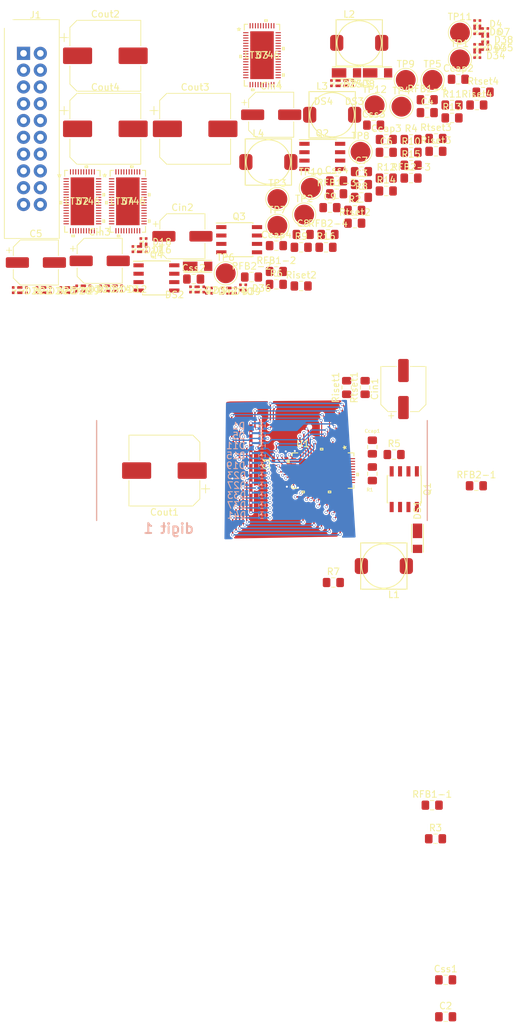
<source format=kicad_pcb>
(kicad_pcb (version 20171130) (host pcbnew 5.0.2-bee76a0~70~ubuntu18.04.1)
  (layers (0 F.Cu signal) (1 In1.Cu signal) (2 In2.Cu signal) (31 B.Cu signal) (34 B.Paste user hide) (35 F.Paste user) (36 B.SilkS user) (37 F.SilkS user) (38 B.Mask user) (39 F.Mask user) (44 Edge.Cuts user))
  (net 0 "")
  (net 1 +5V)
  (net 2 GND)
  (net 3 +15V)
  (net 4 "Net-(Ccap1-Pad2)")
  (net 5 "Net-(Ccap2-Pad2)")
  (net 6 "Net-(Ccap3-Pad2)")
  (net 7 "Net-(Ccap4-Pad2)")
  (net 8 VPP)
  (net 9 "Net-(Css1-Pad1)")
  (net 10 "Net-(Css2-Pad1)")
  (net 11 "Net-(Css3-Pad1)")
  (net 12 "Net-(Css4-Pad1)")
  (net 13 /1-0-B)
  (net 14 /1-0-G)
  (net 15 /1-0-R)
  (net 16 /2-0-B)
  (net 17 /2-0-G)
  (net 18 /2-0-R)
  (net 19 /3-0-R)
  (net 20 /3-0-G)
  (net 21 /3-0-B)
  (net 22 /4-0-R)
  (net 23 /4-0-G)
  (net 24 /4-0-B)
  (net 25 /1-1-R)
  (net 26 /1-1-G)
  (net 27 /1-1-B)
  (net 28 /2-1-R)
  (net 29 /2-1-G)
  (net 30 /2-1-B)
  (net 31 /3-1-B)
  (net 32 /3-1-G)
  (net 33 /3-1-R)
  (net 34 /4-1-B)
  (net 35 /4-1-G)
  (net 36 /1-2-R)
  (net 37 /1-2-G)
  (net 38 /1-2-B)
  (net 39 /2-2-B)
  (net 40 /2-2-G)
  (net 41 /2-2-R)
  (net 42 /3-2-B)
  (net 43 /3-2-G)
  (net 44 /3-2-R)
  (net 45 /4-2-R)
  (net 46 /4-2-G)
  (net 47 /4-2-B)
  (net 48 /1-3-R)
  (net 49 /1-3-G)
  (net 50 /1-3-B)
  (net 51 /2-3-R)
  (net 52 /2-3-G)
  (net 53 /2-3-B)
  (net 54 /3-3-R)
  (net 55 /3-3-G)
  (net 56 /3-3-B)
  (net 57 /4-3-B)
  (net 58 /4-3-G)
  (net 59 /4-3-R)
  (net 60 /1-4-B)
  (net 61 /1-4-G)
  (net 62 /1-4-R)
  (net 63 /2-4-B)
  (net 64 /2-4-G)
  (net 65 /2-4-R)
  (net 66 /3-4-B)
  (net 67 /3-4-G)
  (net 68 /3-4-R)
  (net 69 /4-4-R)
  (net 70 /4-4-G)
  (net 71 /4-4-B)
  (net 72 /1-5-R)
  (net 73 /1-5-G)
  (net 74 /1-5-B)
  (net 75 /2-5-R)
  (net 76 /2-5-G)
  (net 77 /2-5-B)
  (net 78 /3-5-R)
  (net 79 /3-5-G)
  (net 80 /3-5-B)
  (net 81 /4-5-B)
  (net 82 /4-5-G)
  (net 83 /4-5-R)
  (net 84 /1-6-R)
  (net 85 /1-6-G)
  (net 86 /1-6-B)
  (net 87 /2-6-B)
  (net 88 /2-6-G)
  (net 89 /2-6-R)
  (net 90 /3-6-B)
  (net 91 /3-6-G)
  (net 92 /3-6-R)
  (net 93 /4-6-R)
  (net 94 /4-6-G)
  (net 95 /4-6-B)
  (net 96 /1-7-R)
  (net 97 /1-7-G)
  (net 98 /1-7-B)
  (net 99 /2-7-B)
  (net 100 /2-7-G)
  (net 101 /2-7-R)
  (net 102 /3-7-R)
  (net 103 /3-7-G)
  (net 104 /3-7-B)
  (net 105 /4-7-B)
  (net 106 /4-7-G)
  (net 107 /4-7-R)
  (net 108 /1-8-R)
  (net 109 /1-8-G)
  (net 110 /1-8-B)
  (net 111 /2-8-R)
  (net 112 /2-8-G)
  (net 113 /2-8-B)
  (net 114 /3-8-B)
  (net 115 /3-8-G)
  (net 116 /3-8-R)
  (net 117 /4-8-R)
  (net 118 /4-8-G)
  (net 119 /4-8-B)
  (net 120 /1-9-B)
  (net 121 /1-9-G)
  (net 122 /1-9-R)
  (net 123 /2-9-B)
  (net 124 /2-9-G)
  (net 125 /2-9-R)
  (net 126 /3-9-B)
  (net 127 /3-9-G)
  (net 128 /4-9-B)
  (net 129 /4-9-G)
  (net 130 /4-9-R)
  (net 131 "Net-(DS1-Pad1)")
  (net 132 "Net-(DS2-Pad1)")
  (net 133 "Net-(DS3-Pad1)")
  (net 134 "Net-(DS4-Pad1)")
  (net 135 /PWMCK)
  (net 136 /SYNC)
  (net 137 /LDO)
  (net 138 /SCKO)
  (net 139 /SDO)
  (net 140 /LDI-1)
  (net 141 /SCKI-1)
  (net 142 /SDI-1)
  (net 143 "Net-(L1-Pad2)")
  (net 144 "Net-(L2-Pad2)")
  (net 145 "Net-(L3-Pad2)")
  (net 146 "Net-(L4-Pad2)")
  (net 147 "Net-(Q1-Pad4)")
  (net 148 "Net-(Q2-Pad4)")
  (net 149 "Net-(Q3-Pad4)")
  (net 150 "Net-(Q4-Pad4)")
  (net 151 "Net-(R3-Pad2)")
  (net 152 "Net-(R4-Pad2)")
  (net 153 "Net-(R5-Pad1)")
  (net 154 "Net-(R6-Pad1)")
  (net 155 "Net-(R7-Pad1)")
  (net 156 "Net-(R8-Pad1)")
  (net 157 "Net-(R11-Pad2)")
  (net 158 "Net-(R12-Pad2)")
  (net 159 "Net-(R13-Pad1)")
  (net 160 "Net-(R14-Pad1)")
  (net 161 "Net-(R15-Pad1)")
  (net 162 "Net-(R16-Pad1)")
  (net 163 "Net-(RFB1-1-Pad2)")
  (net 164 "Net-(RFB1-2-Pad2)")
  (net 165 "Net-(RFB1-3-Pad2)")
  (net 166 "Net-(RFB1-4-Pad2)")
  (net 167 "Net-(Riset1-Pad1)")
  (net 168 "Net-(Riset2-Pad1)")
  (net 169 "Net-(Riset3-Pad1)")
  (net 170 "Net-(Riset4-Pad1)")
  (net 171 "Net-(Rtset1-Pad1)")
  (net 172 "Net-(Rtset2-Pad1)")
  (net 173 "Net-(Rtset3-Pad1)")
  (net 174 "Net-(Rtset4-Pad1)")
  (net 175 /LDI-2)
  (net 176 /SDI-2)
  (net 177 /SCKI-2)
  (net 178 /LDI-3)
  (net 179 /SDI-3)
  (net 180 /SCKI-3)
  (net 181 "Net-(U2-Pad30)")
  (net 182 "Net-(U2-Pad31)")
  (net 183 /3-9-R)
  (net 184 "Net-(U3-Pad31)")
  (net 185 "Net-(U3-Pad30)")
  (net 186 /SCKI-4)
  (net 187 /SDI-4)
  (net 188 /LDI-4)
  (net 189 "Net-(U4-Pad31)")
  (net 190 "Net-(U4-Pad30)")
  (net 191 /4-1-R)
  (net 192 "Net-(U1-Pad17)")
  (net 193 "Net-(U1-Pad45)")
  (module LT3746:LT3746EUHH-TRPBF (layer F.Cu) (at 76.6864 83.757 270)
    (fp_text reference U1 (at -4.064 3.048 180) (layer F.SilkS))
    (fp_text value LT3746 hide)
    (fp_text user * (at -3.489801 -3.6 270) (layer F.SilkS))
    (fp_text user * (at -3.489801 -3.6 270) (layer F.SilkS))
    (pad 1 smd rect (at -2.4524 -3.400001) (size 0.1484 0.8048) (layers F.Cu F.Paste F.Mask) (net 151 "Net-(R3-Pad2)"))
    (pad 2 smd rect (at -2.4524 -2.999999) (size 0.1484 0.8048) (layers F.Cu F.Paste F.Mask) (net 13 /1-0-B))
    (pad 3 smd rect (at -2.4524 -2.6) (size 0.1484 0.8048) (layers F.Cu F.Paste F.Mask) (net 14 /1-0-G))
    (pad 4 smd rect (at -2.4524 -2.200001) (size 0.1484 0.8048) (layers F.Cu F.Paste F.Mask) (net 15 /1-0-R))
    (pad 5 smd rect (at -2.4524 -1.799999) (size 0.1484 0.8048) (layers F.Cu F.Paste F.Mask) (net 27 /1-1-B))
    (pad 6 smd rect (at -2.4524 -1.4) (size 0.1484 0.8048) (layers F.Cu F.Paste F.Mask) (net 26 /1-1-G))
    (pad 7 smd rect (at -2.4524 -1.000001) (size 0.1484 0.8048) (layers F.Cu F.Paste F.Mask) (net 25 /1-1-R))
    (pad 8 smd rect (at -2.4524 -0.599999) (size 0.1484 0.8048) (layers F.Cu F.Paste F.Mask) (net 38 /1-2-B))
    (pad 9 smd rect (at -2.4524 -0.2) (size 0.1484 0.8048) (layers F.Cu F.Paste F.Mask) (net 37 /1-2-G))
    (pad 10 smd rect (at -2.4524 0.2) (size 0.1484 0.8048) (layers F.Cu F.Paste F.Mask) (net 36 /1-2-R))
    (pad 11 smd rect (at -2.4524 0.599999) (size 0.1484 0.8048) (layers F.Cu F.Paste F.Mask) (net 50 /1-3-B))
    (pad 12 smd rect (at -2.4524 1.000001) (size 0.1484 0.8048) (layers F.Cu F.Paste F.Mask) (net 49 /1-3-G))
    (pad 13 smd rect (at -2.4524 1.4) (size 0.1484 0.8048) (layers F.Cu F.Paste F.Mask) (net 48 /1-3-R))
    (pad 14 smd rect (at -2.4524 1.799999) (size 0.1484 0.8048) (layers F.Cu F.Paste F.Mask) (net 60 /1-4-B))
    (pad 15 smd rect (at -2.4524 2.200001) (size 0.1484 0.8048) (layers F.Cu F.Paste F.Mask) (net 61 /1-4-G))
    (pad 16 smd rect (at -2.4524 2.6) (size 0.1484 0.8048) (layers F.Cu F.Paste F.Mask) (net 62 /1-4-R))
    (pad 17 smd rect (at -2.4524 2.999999) (size 0.1484 0.8048) (layers F.Cu F.Paste F.Mask) (net 192 "Net-(U1-Pad17)"))
    (pad 18 smd rect (at -2.4524 3.400001) (size 0.1484 0.8048) (layers F.Cu F.Paste F.Mask) (net 2 GND))
    (pad 19 smd rect (at -1.799999 4.452402 270) (size 0.1484 0.8048) (layers F.Cu F.Paste F.Mask) (net 141 /SCKI-1))
    (pad 20 smd rect (at -1.4 4.452402 270) (size 0.1484 0.8048) (layers F.Cu F.Paste F.Mask) (net 2 GND))
    (pad 21 smd rect (at -1.000001 4.452402 270) (size 0.1484 0.8048) (layers F.Cu F.Paste F.Mask) (net 142 /SDI-1))
    (pad 22 smd rect (at -0.599999 4.452402 270) (size 0.1484 0.8048) (layers F.Cu F.Paste F.Mask) (net 140 /LDI-1))
    (pad 23 smd rect (at -0.2 4.452402 270) (size 0.1484 0.8048) (layers F.Cu F.Paste F.Mask) (net 1 +5V))
    (pad 24 smd rect (at 0.2 4.452402 270) (size 0.1484 0.8048) (layers F.Cu F.Paste F.Mask) (net 135 /PWMCK))
    (pad 25 smd rect (at 0.599999 4.452402 270) (size 0.1484 0.8048) (layers F.Cu F.Paste F.Mask) (net 175 /LDI-2))
    (pad 26 smd rect (at 1.000001 4.452402 270) (size 0.1484 0.8048) (layers F.Cu F.Paste F.Mask) (net 176 /SDI-2))
    (pad 27 smd rect (at 1.4 4.452402 270) (size 0.1484 0.8048) (layers F.Cu F.Paste F.Mask) (net 2 GND))
    (pad 28 smd rect (at 1.799999 4.452402 270) (size 0.1484 0.8048) (layers F.Cu F.Paste F.Mask) (net 177 /SCKI-2))
    (pad 29 smd rect (at 2.4524 3.400001) (size 0.1484 0.8048) (layers F.Cu F.Paste F.Mask) (net 2 GND))
    (pad 30 smd rect (at 2.4524 2.999999) (size 0.1484 0.8048) (layers F.Cu F.Paste F.Mask) (net 74 /1-5-B))
    (pad 31 smd rect (at 2.4524 2.6) (size 0.1484 0.8048) (layers F.Cu F.Paste F.Mask) (net 73 /1-5-G))
    (pad 32 smd rect (at 2.4524 2.200001) (size 0.1484 0.8048) (layers F.Cu F.Paste F.Mask) (net 72 /1-5-R))
    (pad 33 smd rect (at 2.4524 1.799999) (size 0.1484 0.8048) (layers F.Cu F.Paste F.Mask) (net 86 /1-6-B))
    (pad 34 smd rect (at 2.4524 1.4) (size 0.1484 0.8048) (layers F.Cu F.Paste F.Mask) (net 85 /1-6-G))
    (pad 35 smd rect (at 2.4524 1.000001) (size 0.1484 0.8048) (layers F.Cu F.Paste F.Mask) (net 84 /1-6-R))
    (pad 36 smd rect (at 2.4524 0.600001) (size 0.1484 0.8048) (layers F.Cu F.Paste F.Mask) (net 98 /1-7-B))
    (pad 37 smd rect (at 2.4524 0.2) (size 0.1484 0.8048) (layers F.Cu F.Paste F.Mask) (net 97 /1-7-G))
    (pad 38 smd rect (at 2.4524 -0.2) (size 0.1484 0.8048) (layers F.Cu F.Paste F.Mask) (net 96 /1-7-R))
    (pad 39 smd rect (at 2.4524 -0.599999) (size 0.1484 0.8048) (layers F.Cu F.Paste F.Mask) (net 110 /1-8-B))
    (pad 40 smd rect (at 2.4524 -1.000001) (size 0.1484 0.8048) (layers F.Cu F.Paste F.Mask) (net 109 /1-8-G))
    (pad 41 smd rect (at 2.4524 -1.4) (size 0.1484 0.8048) (layers F.Cu F.Paste F.Mask) (net 108 /1-8-R))
    (pad 42 smd rect (at 2.4524 -1.799999) (size 0.1484 0.8048) (layers F.Cu F.Paste F.Mask) (net 120 /1-9-B))
    (pad 43 smd rect (at 2.4524 -2.200001) (size 0.1484 0.8048) (layers F.Cu F.Paste F.Mask) (net 121 /1-9-G))
    (pad 44 smd rect (at 2.4524 -2.6) (size 0.1484 0.8048) (layers F.Cu F.Paste F.Mask) (net 122 /1-9-R))
    (pad 45 smd rect (at 2.4524 -2.999999) (size 0.1484 0.8048) (layers F.Cu F.Paste F.Mask) (net 193 "Net-(U1-Pad45)"))
    (pad 46 smd rect (at 2.4524 -3.399998) (size 0.1484 0.8048) (layers F.Cu F.Paste F.Mask) (net 136 /SYNC))
    (pad 47 smd rect (at 1.799999 -4.452402 270) (size 0.1484 0.8048) (layers F.Cu F.Paste F.Mask) (net 155 "Net-(R7-Pad1)"))
    (pad 48 smd rect (at 1.4 -4.452402 270) (size 0.1484 0.8048) (layers F.Cu F.Paste F.Mask) (net 9 "Net-(Css1-Pad1)"))
    (pad 49 smd rect (at 1.000001 -4.452402 270) (size 0.1484 0.8048) (layers F.Cu F.Paste F.Mask) (net 163 "Net-(RFB1-1-Pad2)"))
    (pad 50 smd rect (at 0.599999 -4.452402 270) (size 0.1484 0.8048) (layers F.Cu F.Paste F.Mask) (net 8 VPP))
    (pad 51 smd rect (at 0.2 -4.452402 270) (size 0.1484 0.8048) (layers F.Cu F.Paste F.Mask) (net 143 "Net-(L1-Pad2)"))
    (pad 52 smd rect (at -0.2 -4.452402 270) (size 0.1484 0.8048) (layers F.Cu F.Paste F.Mask) (net 4 "Net-(Ccap1-Pad2)"))
    (pad 53 smd rect (at -0.599999 -4.452402 270) (size 0.1484 0.8048) (layers F.Cu F.Paste F.Mask) (net 153 "Net-(R5-Pad1)"))
    (pad 54 smd rect (at -1.000001 -4.452402 270) (size 0.1484 0.8048) (layers F.Cu F.Paste F.Mask) (net 3 +15V))
    (pad 55 smd rect (at -1.4 -4.452402 270) (size 0.1484 0.8048) (layers F.Cu F.Paste F.Mask) (net 171 "Net-(Rtset1-Pad1)"))
    (pad 56 smd rect (at -1.799999 -4.452402 270) (size 0.1484 0.8048) (layers F.Cu F.Paste F.Mask) (net 167 "Net-(Riset1-Pad1)"))
    (pad 57 smd rect (at 0 0 270) (size 3.55 7.230001) (layers F.Cu F.Paste F.Mask) (net 2 GND))
  )
  (module LEDs:WL-SFCC (layer B.Cu) (at 67.4598 90.5)
    (fp_text reference D41 (at -3.829 0) (layer B.SilkS) (effects (justify mirror)))
    (fp_text value WL-SFCC hide)
    (pad 1 smd rect (at -0.4 -0.4) (size 0.4 0.4) (layers B.Cu B.Paste B.Mask) (net 8 VPP))
    (pad 2 smd rect (at -0.4 0.4) (size 0.4 0.4) (layers B.Cu B.Paste B.Mask) (net 122 /1-9-R))
    (pad 3 smd rect (at 0.4 0.4) (size 0.4 0.4) (layers B.Cu B.Paste B.Mask) (net 121 /1-9-G))
    (pad 4 smd rect (at 0.4 -0.4) (size 0.4 0.4) (layers B.Cu B.Paste B.Mask) (net 120 /1-9-B))
  )
  (module LEDs:WL-SFCC (layer B.Cu) (at 67.4598 89)
    (fp_text reference D37 (at -3.829 0) (layer B.SilkS) (effects (justify mirror)))
    (fp_text value WL-SFCC hide)
    (pad 4 smd rect (at 0.4 -0.4) (size 0.4 0.4) (layers B.Cu B.Paste B.Mask) (net 110 /1-8-B))
    (pad 3 smd rect (at 0.4 0.4) (size 0.4 0.4) (layers B.Cu B.Paste B.Mask) (net 109 /1-8-G))
    (pad 2 smd rect (at -0.4 0.4) (size 0.4 0.4) (layers B.Cu B.Paste B.Mask) (net 108 /1-8-R))
    (pad 1 smd rect (at -0.4 -0.4) (size 0.4 0.4) (layers B.Cu B.Paste B.Mask) (net 8 VPP))
  )
  (module LEDs:WL-SFCC (layer B.Cu) (at 67.4598 87.5)
    (fp_text reference D33 (at -3.829 0) (layer B.SilkS) (effects (justify mirror)))
    (fp_text value WL-SFCC hide)
    (pad 1 smd rect (at -0.4 -0.4) (size 0.4 0.4) (layers B.Cu B.Paste B.Mask) (net 8 VPP))
    (pad 2 smd rect (at -0.4 0.4) (size 0.4 0.4) (layers B.Cu B.Paste B.Mask) (net 96 /1-7-R))
    (pad 3 smd rect (at 0.4 0.4) (size 0.4 0.4) (layers B.Cu B.Paste B.Mask) (net 97 /1-7-G))
    (pad 4 smd rect (at 0.4 -0.4) (size 0.4 0.4) (layers B.Cu B.Paste B.Mask) (net 98 /1-7-B))
  )
  (module LEDs:WL-SFCC (layer B.Cu) (at 67.4598 86)
    (fp_text reference D27 (at -3.829 0) (layer B.SilkS) (effects (justify mirror)))
    (fp_text value WL-SFCC hide)
    (pad 4 smd rect (at 0.4 -0.4) (size 0.4 0.4) (layers B.Cu B.Paste B.Mask) (net 86 /1-6-B))
    (pad 3 smd rect (at 0.4 0.4) (size 0.4 0.4) (layers B.Cu B.Paste B.Mask) (net 85 /1-6-G))
    (pad 2 smd rect (at -0.4 0.4) (size 0.4 0.4) (layers B.Cu B.Paste B.Mask) (net 84 /1-6-R))
    (pad 1 smd rect (at -0.4 -0.4) (size 0.4 0.4) (layers B.Cu B.Paste B.Mask) (net 8 VPP))
  )
  (module LEDs:WL-SFCC (layer B.Cu) (at 67.4598 84.5)
    (fp_text reference D23 (at -3.829 0) (layer B.SilkS) (effects (justify mirror)))
    (fp_text value WL-SFCC hide)
    (pad 1 smd rect (at -0.4 -0.4) (size 0.4 0.4) (layers B.Cu B.Paste B.Mask) (net 8 VPP))
    (pad 2 smd rect (at -0.4 0.4) (size 0.4 0.4) (layers B.Cu B.Paste B.Mask) (net 72 /1-5-R))
    (pad 3 smd rect (at 0.4 0.4) (size 0.4 0.4) (layers B.Cu B.Paste B.Mask) (net 73 /1-5-G))
    (pad 4 smd rect (at 0.4 -0.4) (size 0.4 0.4) (layers B.Cu B.Paste B.Mask) (net 74 /1-5-B))
  )
  (module LEDs:WL-SFCC (layer B.Cu) (at 67.4598 83)
    (fp_text reference D19 (at -3.956 0) (layer B.SilkS) (effects (justify mirror)))
    (fp_text value WL-SFCC hide)
    (pad 4 smd rect (at 0.4 -0.4) (size 0.4 0.4) (layers B.Cu B.Paste B.Mask) (net 60 /1-4-B))
    (pad 3 smd rect (at 0.4 0.4) (size 0.4 0.4) (layers B.Cu B.Paste B.Mask) (net 61 /1-4-G))
    (pad 2 smd rect (at -0.4 0.4) (size 0.4 0.4) (layers B.Cu B.Paste B.Mask) (net 62 /1-4-R))
    (pad 1 smd rect (at -0.4 -0.4) (size 0.4 0.4) (layers B.Cu B.Paste B.Mask) (net 8 VPP))
  )
  (module LEDs:WL-SFCC (layer B.Cu) (at 67.4598 81.5)
    (fp_text reference D15 (at -3.956 0) (layer B.SilkS) (effects (justify mirror)))
    (fp_text value WL-SFCC hide)
    (pad 1 smd rect (at -0.4 -0.4) (size 0.4 0.4) (layers B.Cu B.Paste B.Mask) (net 8 VPP))
    (pad 2 smd rect (at -0.4 0.4) (size 0.4 0.4) (layers B.Cu B.Paste B.Mask) (net 48 /1-3-R))
    (pad 3 smd rect (at 0.4 0.4) (size 0.4 0.4) (layers B.Cu B.Paste B.Mask) (net 49 /1-3-G))
    (pad 4 smd rect (at 0.4 -0.4) (size 0.4 0.4) (layers B.Cu B.Paste B.Mask) (net 50 /1-3-B))
  )
  (module LEDs:WL-SFCC (layer B.Cu) (at 67.4598 80)
    (fp_text reference D11 (at -3.956 0) (layer B.SilkS) (effects (justify mirror)))
    (fp_text value WL-SFCC hide)
    (pad 4 smd rect (at 0.4 -0.4) (size 0.4 0.4) (layers B.Cu B.Paste B.Mask) (net 38 /1-2-B))
    (pad 3 smd rect (at 0.4 0.4) (size 0.4 0.4) (layers B.Cu B.Paste B.Mask) (net 37 /1-2-G))
    (pad 2 smd rect (at -0.4 0.4) (size 0.4 0.4) (layers B.Cu B.Paste B.Mask) (net 36 /1-2-R))
    (pad 1 smd rect (at -0.4 -0.4) (size 0.4 0.4) (layers B.Cu B.Paste B.Mask) (net 8 VPP))
  )
  (module LEDs:WL-SFCC (layer B.Cu) (at 67.4598 78.5)
    (fp_text reference D5 (at -3.5115 0) (layer B.SilkS) (effects (justify mirror)))
    (fp_text value WL-SFCC hide)
    (pad 1 smd rect (at -0.4 -0.4) (size 0.4 0.4) (layers B.Cu B.Paste B.Mask) (net 8 VPP))
    (pad 2 smd rect (at -0.4 0.4) (size 0.4 0.4) (layers B.Cu B.Paste B.Mask) (net 25 /1-1-R))
    (pad 3 smd rect (at 0.4 0.4) (size 0.4 0.4) (layers B.Cu B.Paste B.Mask) (net 26 /1-1-G))
    (pad 4 smd rect (at 0.4 -0.4) (size 0.4 0.4) (layers B.Cu B.Paste B.Mask) (net 27 /1-1-B))
  )
  (module Capacitor_SMD:C_0805_2012Metric_Pad1.15x1.40mm_HandSolder (layer F.Cu) (at 95.2373 166.37)
    (fp_text reference C2 (at 0 -1.65) (layer F.SilkS))
    (fp_text value 100n)
    (pad 2 smd roundrect (at 1.025 0) (size 1.15 1.4) (layers F.Cu F.Paste F.Mask) (roundrect_rratio 0.217391) (net 2 GND))
    (pad 1 smd roundrect (at -1.025 0) (size 1.15 1.4) (layers F.Cu F.Paste F.Mask) (roundrect_rratio 0.217391) (net 3 +15V))
  )
  (module Capacitor_SMD:C_0805_2012Metric_Pad1.15x1.40mm_HandSolder (layer F.Cu) (at 82.503001 40.489001)
    (fp_text reference C3 (at 0 -1.65) (layer F.SilkS))
    (fp_text value 100n)
    (pad 2 smd roundrect (at 1.025 0) (size 1.15 1.4) (layers F.Cu F.Paste F.Mask) (roundrect_rratio 0.217391) (net 2 GND))
    (pad 1 smd roundrect (at -1.025 0) (size 1.15 1.4) (layers F.Cu F.Paste F.Mask) (roundrect_rratio 0.217391) (net 1 +5V))
  )
  (module Capacitor_SMD:C_0805_2012Metric_Pad1.15x1.40mm_HandSolder (layer F.Cu) (at 92.453001 29.619001)
    (fp_text reference C4 (at 0 -1.65) (layer F.SilkS))
    (fp_text value 100n)
    (pad 2 smd roundrect (at 1.025 0) (size 1.15 1.4) (layers F.Cu F.Paste F.Mask) (roundrect_rratio 0.217391) (net 2 GND))
    (pad 1 smd roundrect (at -1.025 0) (size 1.15 1.4) (layers F.Cu F.Paste F.Mask) (roundrect_rratio 0.217391) (net 3 +15V))
  )
  (module Capacitor_SMD:CP_Elec_6.3x5.9 (layer F.Cu) (at 33.273001 52.289001)
    (fp_text reference C5 (at 0 -4.35) (layer F.SilkS))
    (fp_text value 10u)
    (pad 1 smd roundrect (at -2.8 0) (size 3.5 1.6) (layers F.Cu F.Paste F.Mask) (roundrect_rratio 0.15625) (net 1 +5V))
    (pad 2 smd roundrect (at 2.8 0) (size 3.5 1.6) (layers F.Cu F.Paste F.Mask) (roundrect_rratio 0.15625) (net 2 GND))
  )
  (module Capacitor_SMD:C_0805_2012Metric_Pad1.15x1.40mm_HandSolder (layer F.Cu) (at 86.263001 35.619001)
    (fp_text reference C6 (at 0 -1.65) (layer F.SilkS))
    (fp_text value 100n)
    (pad 1 smd roundrect (at -1.025 0) (size 1.15 1.4) (layers F.Cu F.Paste F.Mask) (roundrect_rratio 0.217391) (net 1 +5V))
    (pad 2 smd roundrect (at 1.025 0) (size 1.15 1.4) (layers F.Cu F.Paste F.Mask) (roundrect_rratio 0.217391) (net 2 GND))
  )
  (module Capacitor_SMD:C_0805_2012Metric_Pad1.15x1.40mm_HandSolder (layer F.Cu) (at 82.503001 38.539001)
    (fp_text reference C7 (at 0 -1.65) (layer F.SilkS))
    (fp_text value 100n)
    (pad 2 smd roundrect (at 1.025 0) (size 1.15 1.4) (layers F.Cu F.Paste F.Mask) (roundrect_rratio 0.217391) (net 2 GND))
    (pad 1 smd roundrect (at -1.025 0) (size 1.15 1.4) (layers F.Cu F.Paste F.Mask) (roundrect_rratio 0.217391) (net 3 +15V))
  )
  (module Capacitor_SMD:C_0805_2012Metric_Pad1.15x1.40mm_HandSolder (layer F.Cu) (at 73.693001 48.039001)
    (fp_text reference C8 (at 0 -1.65) (layer F.SilkS))
    (fp_text value 100n)
    (pad 2 smd roundrect (at 1.025 0) (size 1.15 1.4) (layers F.Cu F.Paste F.Mask) (roundrect_rratio 0.217391) (net 2 GND))
    (pad 1 smd roundrect (at -1.025 0) (size 1.15 1.4) (layers F.Cu F.Paste F.Mask) (roundrect_rratio 0.217391) (net 1 +5V))
  )
  (module Capacitor_SMD:C_0805_2012Metric_Pad1.15x1.40mm_HandSolder (layer F.Cu) (at 77.743001 43.989001)
    (fp_text reference C9 (at 0 -1.65) (layer F.SilkS))
    (fp_text value 100n)
    (pad 1 smd roundrect (at -1.025 0) (size 1.15 1.4) (layers F.Cu F.Paste F.Mask) (roundrect_rratio 0.217391) (net 3 +15V))
    (pad 2 smd roundrect (at 1.025 0) (size 1.15 1.4) (layers F.Cu F.Paste F.Mask) (roundrect_rratio 0.217391) (net 2 GND))
  )
  (module Capacitor_SMD:C_0805_2012Metric_Pad1.15x1.40mm_HandSolder (layer F.Cu) (at 84.1508 80.197164 270)
    (fp_text reference Ccap1 (at -2.422 0) (layer F.SilkS) (effects (font (size 0.5 0.5) (thickness 0.1))))
    (fp_text value 1u hide)
    (pad 1 smd roundrect (at -1.025 0 270) (size 1.15 1.4) (layers F.Cu F.Paste F.Mask) (roundrect_rratio 0.217391) (net 3 +15V))
    (pad 2 smd roundrect (at 1.025 0 270) (size 1.15 1.4) (layers F.Cu F.Paste F.Mask) (roundrect_rratio 0.217391) (net 4 "Net-(Ccap1-Pad2)"))
  )
  (module Capacitor_SMD:C_0805_2012Metric_Pad1.15x1.40mm_HandSolder (layer F.Cu) (at 97.153001 24.569001)
    (fp_text reference Ccap2 (at 0 -1.65) (layer F.SilkS))
    (fp_text value 1u)
    (pad 2 smd roundrect (at 1.025 0) (size 1.15 1.4) (layers F.Cu F.Paste F.Mask) (roundrect_rratio 0.217391) (net 5 "Net-(Ccap2-Pad2)"))
    (pad 1 smd roundrect (at -1.025 0) (size 1.15 1.4) (layers F.Cu F.Paste F.Mask) (roundrect_rratio 0.217391) (net 3 +15V))
  )
  (module Capacitor_SMD:C_0805_2012Metric_Pad1.15x1.40mm_HandSolder (layer F.Cu) (at 86.263001 33.669001)
    (fp_text reference Ccap3 (at 0 -1.65) (layer F.SilkS))
    (fp_text value 1u)
    (pad 1 smd roundrect (at -1.025 0) (size 1.15 1.4) (layers F.Cu F.Paste F.Mask) (roundrect_rratio 0.217391) (net 3 +15V))
    (pad 2 smd roundrect (at 1.025 0) (size 1.15 1.4) (layers F.Cu F.Paste F.Mask) (roundrect_rratio 0.217391) (net 6 "Net-(Ccap3-Pad2)"))
  )
  (module Capacitor_SMD:C_0805_2012Metric_Pad1.15x1.40mm_HandSolder (layer F.Cu) (at 69.643001 49.739001)
    (fp_text reference Ccap4 (at 0 -1.65) (layer F.SilkS))
    (fp_text value 1u)
    (pad 1 smd roundrect (at -1.025 0) (size 1.15 1.4) (layers F.Cu F.Paste F.Mask) (roundrect_rratio 0.217391) (net 3 +15V))
    (pad 2 smd roundrect (at 1.025 0) (size 1.15 1.4) (layers F.Cu F.Paste F.Mask) (roundrect_rratio 0.217391) (net 7 "Net-(Ccap4-Pad2)"))
  )
  (module Capacitor_SMD:CP_Elec_6.3x5.4 (layer F.Cu) (at 88.8498 71.425164 90)
    (fp_text reference Cin1 (at 0 -4.35 90) (layer F.SilkS))
    (fp_text value 22u)
    (pad 2 smd roundrect (at 2.8 0 90) (size 3.5 1.6) (layers F.Cu F.Paste F.Mask) (roundrect_rratio 0.15625) (net 2 GND))
    (pad 1 smd roundrect (at -2.8 0 90) (size 3.5 1.6) (layers F.Cu F.Paste F.Mask) (roundrect_rratio 0.15625) (net 3 +15V))
  )
  (module Capacitor_SMD:CP_Elec_6.3x5.4 (layer F.Cu) (at 55.433001 48.319001)
    (fp_text reference Cin2 (at 0 -4.35) (layer F.SilkS))
    (fp_text value 22u)
    (pad 2 smd roundrect (at 2.8 0) (size 3.5 1.6) (layers F.Cu F.Paste F.Mask) (roundrect_rratio 0.15625) (net 2 GND))
    (pad 1 smd roundrect (at -2.8 0) (size 3.5 1.6) (layers F.Cu F.Paste F.Mask) (roundrect_rratio 0.15625) (net 3 +15V))
  )
  (module Capacitor_SMD:CP_Elec_6.3x5.4 (layer F.Cu) (at 42.923001 52.039001)
    (fp_text reference Cin3 (at 0 -4.35) (layer F.SilkS))
    (fp_text value 22u)
    (pad 1 smd roundrect (at -2.8 0) (size 3.5 1.6) (layers F.Cu F.Paste F.Mask) (roundrect_rratio 0.15625) (net 3 +15V))
    (pad 2 smd roundrect (at 2.8 0) (size 3.5 1.6) (layers F.Cu F.Paste F.Mask) (roundrect_rratio 0.15625) (net 2 GND))
  )
  (module Capacitor_SMD:CP_Elec_6.3x5.4 (layer F.Cu) (at 68.853001 29.939001)
    (fp_text reference Cin4 (at 0 -4.35) (layer F.SilkS))
    (fp_text value 22u)
    (pad 1 smd roundrect (at -2.8 0) (size 3.5 1.6) (layers F.Cu F.Paste F.Mask) (roundrect_rratio 0.15625) (net 3 +15V))
    (pad 2 smd roundrect (at 2.8 0) (size 3.5 1.6) (layers F.Cu F.Paste F.Mask) (roundrect_rratio 0.15625) (net 2 GND))
  )
  (module Capacitor_SMD:CP_Elec_10x14.3 (layer F.Cu) (at 52.7088 83.757 180)
    (fp_text reference Cout1 (at 0 -6.3 180) (layer F.SilkS))
    (fp_text value 220u)
    (pad 1 smd roundrect (at -4.2 0 180) (size 4.4 2.5) (layers F.Cu F.Paste F.Mask) (roundrect_rratio 0.1) (net 8 VPP))
    (pad 2 smd roundrect (at 4.2 0 180) (size 4.4 2.5) (layers F.Cu F.Paste F.Mask) (roundrect_rratio 0.1) (net 2 GND))
  )
  (module Capacitor_SMD:CP_Elec_10x14.3 (layer F.Cu) (at 43.778001 21.019001)
    (fp_text reference Cout2 (at 0 -6.3) (layer F.SilkS))
    (fp_text value 220u)
    (pad 2 smd roundrect (at 4.2 0) (size 4.4 2.5) (layers F.Cu F.Paste F.Mask) (roundrect_rratio 0.1) (net 2 GND))
    (pad 1 smd roundrect (at -4.2 0) (size 4.4 2.5) (layers F.Cu F.Paste F.Mask) (roundrect_rratio 0.1) (net 8 VPP))
  )
  (module Capacitor_SMD:CP_Elec_10x14.3 (layer F.Cu) (at 57.358001 32.069001)
    (fp_text reference Cout3 (at 0 -6.3) (layer F.SilkS))
    (fp_text value 220u)
    (pad 2 smd roundrect (at 4.2 0) (size 4.4 2.5) (layers F.Cu F.Paste F.Mask) (roundrect_rratio 0.1) (net 2 GND))
    (pad 1 smd roundrect (at -4.2 0) (size 4.4 2.5) (layers F.Cu F.Paste F.Mask) (roundrect_rratio 0.1) (net 8 VPP))
  )
  (module Capacitor_SMD:CP_Elec_10x14.3 (layer F.Cu) (at 43.778001 32.069001)
    (fp_text reference Cout4 (at 0 -6.3) (layer F.SilkS))
    (fp_text value 220u)
    (pad 1 smd roundrect (at -4.2 0) (size 4.4 2.5) (layers F.Cu F.Paste F.Mask) (roundrect_rratio 0.1) (net 8 VPP))
    (pad 2 smd roundrect (at 4.2 0) (size 4.4 2.5) (layers F.Cu F.Paste F.Mask) (roundrect_rratio 0.1) (net 2 GND))
  )
  (module Capacitor_SMD:C_0805_2012Metric_Pad1.15x1.40mm_HandSolder (layer F.Cu) (at 95.2373 160.782)
    (fp_text reference Css1 (at 0 -1.65) (layer F.SilkS))
    (fp_text value 10n)
    (pad 1 smd roundrect (at -1.025 0) (size 1.15 1.4) (layers F.Cu F.Paste F.Mask) (roundrect_rratio 0.217391) (net 9 "Net-(Css1-Pad1)"))
    (pad 2 smd roundrect (at 1.025 0) (size 1.15 1.4) (layers F.Cu F.Paste F.Mask) (roundrect_rratio 0.217391) (net 2 GND))
  )
  (module Capacitor_SMD:C_0805_2012Metric_Pad1.15x1.40mm_HandSolder (layer F.Cu) (at 57.133001 54.789001)
    (fp_text reference Css2 (at 0 -1.65) (layer F.SilkS))
    (fp_text value 10n)
    (pad 2 smd roundrect (at 1.025 0) (size 1.15 1.4) (layers F.Cu F.Paste F.Mask) (roundrect_rratio 0.217391) (net 2 GND))
    (pad 1 smd roundrect (at -1.025 0) (size 1.15 1.4) (layers F.Cu F.Paste F.Mask) (roundrect_rratio 0.217391) (net 10 "Net-(Css2-Pad1)"))
  )
  (module Capacitor_SMD:C_0805_2012Metric_Pad1.15x1.40mm_HandSolder (layer F.Cu) (at 84.353001 31.509001)
    (fp_text reference Css3 (at 0 -1.65) (layer F.SilkS))
    (fp_text value 10n)
    (pad 1 smd roundrect (at -1.025 0) (size 1.15 1.4) (layers F.Cu F.Paste F.Mask) (roundrect_rratio 0.217391) (net 11 "Net-(Css3-Pad1)"))
    (pad 2 smd roundrect (at 1.025 0) (size 1.15 1.4) (layers F.Cu F.Paste F.Mask) (roundrect_rratio 0.217391) (net 2 GND))
  )
  (module Capacitor_SMD:C_0805_2012Metric_Pad1.15x1.40mm_HandSolder (layer F.Cu) (at 78.753001 39.939001)
    (fp_text reference Css4 (at 0 -1.65) (layer F.SilkS))
    (fp_text value 10n)
    (pad 2 smd roundrect (at 1.025 0) (size 1.15 1.4) (layers F.Cu F.Paste F.Mask) (roundrect_rratio 0.217391) (net 2 GND))
    (pad 1 smd roundrect (at -1.025 0) (size 1.15 1.4) (layers F.Cu F.Paste F.Mask) (roundrect_rratio 0.217391) (net 12 "Net-(Css4-Pad1)"))
  )
  (module LEDs:WL-SFCC (layer B.Cu) (at 67.4598 77)
    (fp_text reference D1 (at -3.5115 0) (layer B.SilkS) (effects (justify mirror)))
    (fp_text value WL-SFCC hide)
    (pad 4 smd rect (at 0.4 -0.4) (size 0.4 0.4) (layers B.Cu B.Paste B.Mask) (net 13 /1-0-B))
    (pad 3 smd rect (at 0.4 0.4) (size 0.4 0.4) (layers B.Cu B.Paste B.Mask) (net 14 /1-0-G))
    (pad 2 smd rect (at -0.4 0.4) (size 0.4 0.4) (layers B.Cu B.Paste B.Mask) (net 15 /1-0-R))
    (pad 1 smd rect (at -0.4 -0.4) (size 0.4 0.4) (layers B.Cu B.Paste B.Mask) (net 8 VPP))
  )
  (module LEDs:WL-SFCC (layer F.Cu) (at 57.058 56.364)
    (fp_text reference D2 (at 2.794 0.127) (layer F.SilkS))
    (fp_text value WL-SFCC hide)
    (pad 4 smd rect (at 0.2 0.2) (size 0.4 0.4) (drill (offset 0.2 0.2)) (layers F.Cu F.Paste F.Mask) (net 16 /2-0-B))
    (pad 3 smd rect (at 0.2 -0.2) (size 0.4 0.4) (drill (offset 0.2 -0.2)) (layers F.Cu F.Paste F.Mask) (net 17 /2-0-G))
    (pad 2 smd rect (at -0.2 -0.2) (size 0.4 0.4) (drill (offset -0.2 -0.2)) (layers F.Cu F.Paste F.Mask) (net 18 /2-0-R))
    (pad 1 smd rect (at -0.2 0.2) (size 0.4 0.4) (drill (offset -0.2 0.2)) (layers F.Cu F.Paste F.Mask) (net 8 VPP))
  )
  (module LEDs:WL-SFCC (layer F.Cu) (at 58.258 56.364)
    (fp_text reference D3 (at 2.794 0.127) (layer F.SilkS))
    (fp_text value WL-SFCC hide)
    (pad 1 smd rect (at -0.2 0.2) (size 0.4 0.4) (drill (offset -0.2 0.2)) (layers F.Cu F.Paste F.Mask) (net 8 VPP))
    (pad 2 smd rect (at -0.2 -0.2) (size 0.4 0.4) (drill (offset -0.2 -0.2)) (layers F.Cu F.Paste F.Mask) (net 19 /3-0-R))
    (pad 3 smd rect (at 0.2 -0.2) (size 0.4 0.4) (drill (offset 0.2 -0.2)) (layers F.Cu F.Paste F.Mask) (net 20 /3-0-G))
    (pad 4 smd rect (at 0.2 0.2) (size 0.4 0.4) (drill (offset 0.2 0.2)) (layers F.Cu F.Paste F.Mask) (net 21 /3-0-B))
  )
  (module LEDs:WL-SFCC (layer F.Cu) (at 100.018 16.094)
    (fp_text reference D4 (at 2.794 0.127) (layer F.SilkS))
    (fp_text value WL-SFCC hide)
    (pad 1 smd rect (at -0.2 0.2) (size 0.4 0.4) (drill (offset -0.2 0.2)) (layers F.Cu F.Paste F.Mask) (net 8 VPP))
    (pad 2 smd rect (at -0.2 -0.2) (size 0.4 0.4) (drill (offset -0.2 -0.2)) (layers F.Cu F.Paste F.Mask) (net 22 /4-0-R))
    (pad 3 smd rect (at 0.2 -0.2) (size 0.4 0.4) (drill (offset 0.2 -0.2)) (layers F.Cu F.Paste F.Mask) (net 23 /4-0-G))
    (pad 4 smd rect (at 0.2 0.2) (size 0.4 0.4) (drill (offset 0.2 0.2)) (layers F.Cu F.Paste F.Mask) (net 24 /4-0-B))
  )
  (module LEDs:WL-SFCC (layer F.Cu) (at 100.018 17.294)
    (fp_text reference D6 (at 2.794 0.127) (layer F.SilkS))
    (fp_text value WL-SFCC hide)
    (pad 1 smd rect (at -0.2 0.2) (size 0.4 0.4) (drill (offset -0.2 0.2)) (layers F.Cu F.Paste F.Mask) (net 8 VPP))
    (pad 2 smd rect (at -0.2 -0.2) (size 0.4 0.4) (drill (offset -0.2 -0.2)) (layers F.Cu F.Paste F.Mask) (net 28 /2-1-R))
    (pad 3 smd rect (at 0.2 -0.2) (size 0.4 0.4) (drill (offset 0.2 -0.2)) (layers F.Cu F.Paste F.Mask) (net 29 /2-1-G))
    (pad 4 smd rect (at 0.2 0.2) (size 0.4 0.4) (drill (offset 0.2 0.2)) (layers F.Cu F.Paste F.Mask) (net 30 /2-1-B))
  )
  (module LEDs:WL-SFCC (layer F.Cu) (at 101.218 17.294)
    (fp_text reference D7 (at 2.794 0.127) (layer F.SilkS))
    (fp_text value WL-SFCC hide)
    (pad 4 smd rect (at 0.2 0.2) (size 0.4 0.4) (drill (offset 0.2 0.2)) (layers F.Cu F.Paste F.Mask) (net 31 /3-1-B))
    (pad 3 smd rect (at 0.2 -0.2) (size 0.4 0.4) (drill (offset 0.2 -0.2)) (layers F.Cu F.Paste F.Mask) (net 32 /3-1-G))
    (pad 2 smd rect (at -0.2 -0.2) (size 0.4 0.4) (drill (offset -0.2 -0.2)) (layers F.Cu F.Paste F.Mask) (net 33 /3-1-R))
    (pad 1 smd rect (at -0.2 0.2) (size 0.4 0.4) (drill (offset -0.2 0.2)) (layers F.Cu F.Paste F.Mask) (net 8 VPP))
  )
  (module LEDs:WL-SFCC (layer F.Cu) (at 80.768 25.164)
    (fp_text reference D8 (at 2.794 0.127) (layer F.SilkS))
    (fp_text value WL-SFCC hide)
    (pad 4 smd rect (at 0.2 0.2) (size 0.4 0.4) (drill (offset 0.2 0.2)) (layers F.Cu F.Paste F.Mask) (net 34 /4-1-B))
    (pad 3 smd rect (at 0.2 -0.2) (size 0.4 0.4) (drill (offset 0.2 -0.2)) (layers F.Cu F.Paste F.Mask) (net 35 /4-1-G))
    (pad 2 smd rect (at -0.2 -0.2) (size 0.4 0.4) (drill (offset -0.2 -0.2)) (layers F.Cu F.Paste F.Mask) (net 34 /4-1-B))
    (pad 1 smd rect (at -0.2 0.2) (size 0.4 0.4) (drill (offset -0.2 0.2)) (layers F.Cu F.Paste F.Mask) (net 8 VPP))
  )
  (module LEDs:WL-SFCC (layer F.Cu) (at 45.848 56.214)
    (fp_text reference D12 (at 2.794 0.127) (layer F.SilkS))
    (fp_text value WL-SFCC hide)
    (pad 4 smd rect (at 0.2 0.2) (size 0.4 0.4) (drill (offset 0.2 0.2)) (layers F.Cu F.Paste F.Mask) (net 39 /2-2-B))
    (pad 3 smd rect (at 0.2 -0.2) (size 0.4 0.4) (drill (offset 0.2 -0.2)) (layers F.Cu F.Paste F.Mask) (net 40 /2-2-G))
    (pad 2 smd rect (at -0.2 -0.2) (size 0.4 0.4) (drill (offset -0.2 -0.2)) (layers F.Cu F.Paste F.Mask) (net 41 /2-2-R))
    (pad 1 smd rect (at -0.2 0.2) (size 0.4 0.4) (drill (offset -0.2 0.2)) (layers F.Cu F.Paste F.Mask) (net 8 VPP))
  )
  (module LEDs:WL-SFCC (layer F.Cu) (at 44.648 56.214)
    (fp_text reference D13 (at 2.794 0.127) (layer F.SilkS))
    (fp_text value WL-SFCC hide)
    (pad 4 smd rect (at 0.2 0.2) (size 0.4 0.4) (drill (offset 0.2 0.2)) (layers F.Cu F.Paste F.Mask) (net 42 /3-2-B))
    (pad 3 smd rect (at 0.2 -0.2) (size 0.4 0.4) (drill (offset 0.2 -0.2)) (layers F.Cu F.Paste F.Mask) (net 43 /3-2-G))
    (pad 2 smd rect (at -0.2 -0.2) (size 0.4 0.4) (drill (offset -0.2 -0.2)) (layers F.Cu F.Paste F.Mask) (net 44 /3-2-R))
    (pad 1 smd rect (at -0.2 0.2) (size 0.4 0.4) (drill (offset -0.2 0.2)) (layers F.Cu F.Paste F.Mask) (net 8 VPP))
  )
  (module LEDs:WL-SFCC (layer F.Cu) (at 43.448 56.214)
    (fp_text reference D14 (at 2.794 0.127) (layer F.SilkS))
    (fp_text value WL-SFCC hide)
    (pad 1 smd rect (at -0.2 0.2) (size 0.4 0.4) (drill (offset -0.2 0.2)) (layers F.Cu F.Paste F.Mask) (net 8 VPP))
    (pad 2 smd rect (at -0.2 -0.2) (size 0.4 0.4) (drill (offset -0.2 -0.2)) (layers F.Cu F.Paste F.Mask) (net 45 /4-2-R))
    (pad 3 smd rect (at 0.2 -0.2) (size 0.4 0.4) (drill (offset 0.2 -0.2)) (layers F.Cu F.Paste F.Mask) (net 46 /4-2-G))
    (pad 4 smd rect (at 0.2 0.2) (size 0.4 0.4) (drill (offset 0.2 0.2)) (layers F.Cu F.Paste F.Mask) (net 47 /4-2-B))
  )
  (module LEDs:WL-SFCC (layer F.Cu) (at 49.548 50.264)
    (fp_text reference D16 (at 2.794 0.127) (layer F.SilkS))
    (fp_text value WL-SFCC hide)
    (pad 1 smd rect (at -0.2 0.2) (size 0.4 0.4) (drill (offset -0.2 0.2)) (layers F.Cu F.Paste F.Mask) (net 8 VPP))
    (pad 2 smd rect (at -0.2 -0.2) (size 0.4 0.4) (drill (offset -0.2 -0.2)) (layers F.Cu F.Paste F.Mask) (net 51 /2-3-R))
    (pad 3 smd rect (at 0.2 -0.2) (size 0.4 0.4) (drill (offset 0.2 -0.2)) (layers F.Cu F.Paste F.Mask) (net 52 /2-3-G))
    (pad 4 smd rect (at 0.2 0.2) (size 0.4 0.4) (drill (offset 0.2 0.2)) (layers F.Cu F.Paste F.Mask) (net 53 /2-3-B))
  )
  (module LEDs:WL-SFCC (layer F.Cu) (at 48.348 50.264)
    (fp_text reference D17 (at 2.794 0.127) (layer F.SilkS))
    (fp_text value WL-SFCC hide)
    (pad 1 smd rect (at -0.2 0.2) (size 0.4 0.4) (drill (offset -0.2 0.2)) (layers F.Cu F.Paste F.Mask) (net 8 VPP))
    (pad 2 smd rect (at -0.2 -0.2) (size 0.4 0.4) (drill (offset -0.2 -0.2)) (layers F.Cu F.Paste F.Mask) (net 54 /3-3-R))
    (pad 3 smd rect (at 0.2 -0.2) (size 0.4 0.4) (drill (offset 0.2 -0.2)) (layers F.Cu F.Paste F.Mask) (net 55 /3-3-G))
    (pad 4 smd rect (at 0.2 0.2) (size 0.4 0.4) (drill (offset 0.2 0.2)) (layers F.Cu F.Paste F.Mask) (net 56 /3-3-B))
  )
  (module LEDs:WL-SFCC (layer F.Cu) (at 49.548 49.064)
    (fp_text reference D18 (at 2.794 0.127) (layer F.SilkS))
    (fp_text value WL-SFCC hide)
    (pad 4 smd rect (at 0.2 0.2) (size 0.4 0.4) (drill (offset 0.2 0.2)) (layers F.Cu F.Paste F.Mask) (net 57 /4-3-B))
    (pad 3 smd rect (at 0.2 -0.2) (size 0.4 0.4) (drill (offset 0.2 -0.2)) (layers F.Cu F.Paste F.Mask) (net 58 /4-3-G))
    (pad 2 smd rect (at -0.2 -0.2) (size 0.4 0.4) (drill (offset -0.2 -0.2)) (layers F.Cu F.Paste F.Mask) (net 59 /4-3-R))
    (pad 1 smd rect (at -0.2 0.2) (size 0.4 0.4) (drill (offset -0.2 0.2)) (layers F.Cu F.Paste F.Mask) (net 8 VPP))
  )
  (module LEDs:WL-SFCC (layer F.Cu) (at 41.048 56.214)
    (fp_text reference D20 (at 2.794 0.127) (layer F.SilkS))
    (fp_text value WL-SFCC hide)
    (pad 4 smd rect (at 0.2 0.2) (size 0.4 0.4) (drill (offset 0.2 0.2)) (layers F.Cu F.Paste F.Mask) (net 63 /2-4-B))
    (pad 3 smd rect (at 0.2 -0.2) (size 0.4 0.4) (drill (offset 0.2 -0.2)) (layers F.Cu F.Paste F.Mask) (net 64 /2-4-G))
    (pad 2 smd rect (at -0.2 -0.2) (size 0.4 0.4) (drill (offset -0.2 -0.2)) (layers F.Cu F.Paste F.Mask) (net 65 /2-4-R))
    (pad 1 smd rect (at -0.2 0.2) (size 0.4 0.4) (drill (offset -0.2 0.2)) (layers F.Cu F.Paste F.Mask) (net 8 VPP))
  )
  (module LEDs:WL-SFCC (layer F.Cu) (at 30.248 56.464)
    (fp_text reference D21 (at 2.794 0.127) (layer F.SilkS))
    (fp_text value WL-SFCC hide)
    (pad 4 smd rect (at 0.2 0.2) (size 0.4 0.4) (drill (offset 0.2 0.2)) (layers F.Cu F.Paste F.Mask) (net 66 /3-4-B))
    (pad 3 smd rect (at 0.2 -0.2) (size 0.4 0.4) (drill (offset 0.2 -0.2)) (layers F.Cu F.Paste F.Mask) (net 67 /3-4-G))
    (pad 2 smd rect (at -0.2 -0.2) (size 0.4 0.4) (drill (offset -0.2 -0.2)) (layers F.Cu F.Paste F.Mask) (net 68 /3-4-R))
    (pad 1 smd rect (at -0.2 0.2) (size 0.4 0.4) (drill (offset -0.2 0.2)) (layers F.Cu F.Paste F.Mask) (net 8 VPP))
  )
  (module LEDs:WL-SFCC (layer F.Cu) (at 31.448 56.464)
    (fp_text reference D22 (at 2.794 0.127) (layer F.SilkS))
    (fp_text value WL-SFCC hide)
    (pad 1 smd rect (at -0.2 0.2) (size 0.4 0.4) (drill (offset -0.2 0.2)) (layers F.Cu F.Paste F.Mask) (net 8 VPP))
    (pad 2 smd rect (at -0.2 -0.2) (size 0.4 0.4) (drill (offset -0.2 -0.2)) (layers F.Cu F.Paste F.Mask) (net 69 /4-4-R))
    (pad 3 smd rect (at 0.2 -0.2) (size 0.4 0.4) (drill (offset 0.2 -0.2)) (layers F.Cu F.Paste F.Mask) (net 70 /4-4-G))
    (pad 4 smd rect (at 0.2 0.2) (size 0.4 0.4) (drill (offset 0.2 0.2)) (layers F.Cu F.Paste F.Mask) (net 71 /4-4-B))
  )
  (module LEDs:WL-SFCC (layer F.Cu) (at 33.848 56.464)
    (fp_text reference D24 (at 2.794 0.127) (layer F.SilkS))
    (fp_text value WL-SFCC hide)
    (pad 1 smd rect (at -0.2 0.2) (size 0.4 0.4) (drill (offset -0.2 0.2)) (layers F.Cu F.Paste F.Mask) (net 8 VPP))
    (pad 2 smd rect (at -0.2 -0.2) (size 0.4 0.4) (drill (offset -0.2 -0.2)) (layers F.Cu F.Paste F.Mask) (net 75 /2-5-R))
    (pad 3 smd rect (at 0.2 -0.2) (size 0.4 0.4) (drill (offset 0.2 -0.2)) (layers F.Cu F.Paste F.Mask) (net 76 /2-5-G))
    (pad 4 smd rect (at 0.2 0.2) (size 0.4 0.4) (drill (offset 0.2 0.2)) (layers F.Cu F.Paste F.Mask) (net 77 /2-5-B))
  )
  (module LEDs:WL-SFCC (layer F.Cu) (at 78.368 25.164)
    (fp_text reference D25 (at 2.794 0.127) (layer F.SilkS))
    (fp_text value WL-SFCC hide)
    (pad 1 smd rect (at -0.2 0.2) (size 0.4 0.4) (drill (offset -0.2 0.2)) (layers F.Cu F.Paste F.Mask) (net 8 VPP))
    (pad 2 smd rect (at -0.2 -0.2) (size 0.4 0.4) (drill (offset -0.2 -0.2)) (layers F.Cu F.Paste F.Mask) (net 78 /3-5-R))
    (pad 3 smd rect (at 0.2 -0.2) (size 0.4 0.4) (drill (offset 0.2 -0.2)) (layers F.Cu F.Paste F.Mask) (net 79 /3-5-G))
    (pad 4 smd rect (at 0.2 0.2) (size 0.4 0.4) (drill (offset 0.2 0.2)) (layers F.Cu F.Paste F.Mask) (net 80 /3-5-B))
  )
  (module LEDs:WL-SFCC (layer F.Cu) (at 35.048 56.464)
    (fp_text reference D26 (at 2.794 0.127) (layer F.SilkS))
    (fp_text value WL-SFCC hide)
    (pad 4 smd rect (at 0.2 0.2) (size 0.4 0.4) (drill (offset 0.2 0.2)) (layers F.Cu F.Paste F.Mask) (net 81 /4-5-B))
    (pad 3 smd rect (at 0.2 -0.2) (size 0.4 0.4) (drill (offset 0.2 -0.2)) (layers F.Cu F.Paste F.Mask) (net 82 /4-5-G))
    (pad 2 smd rect (at -0.2 -0.2) (size 0.4 0.4) (drill (offset -0.2 -0.2)) (layers F.Cu F.Paste F.Mask) (net 83 /4-5-R))
    (pad 1 smd rect (at -0.2 0.2) (size 0.4 0.4) (drill (offset -0.2 0.2)) (layers F.Cu F.Paste F.Mask) (net 8 VPP))
  )
  (module LEDs:WL-SFCC (layer F.Cu) (at 37.448 56.464)
    (fp_text reference D28 (at 2.794 0.127) (layer F.SilkS))
    (fp_text value WL-SFCC hide)
    (pad 4 smd rect (at 0.2 0.2) (size 0.4 0.4) (drill (offset 0.2 0.2)) (layers F.Cu F.Paste F.Mask) (net 87 /2-6-B))
    (pad 3 smd rect (at 0.2 -0.2) (size 0.4 0.4) (drill (offset 0.2 -0.2)) (layers F.Cu F.Paste F.Mask) (net 88 /2-6-G))
    (pad 2 smd rect (at -0.2 -0.2) (size 0.4 0.4) (drill (offset -0.2 -0.2)) (layers F.Cu F.Paste F.Mask) (net 89 /2-6-R))
    (pad 1 smd rect (at -0.2 0.2) (size 0.4 0.4) (drill (offset -0.2 0.2)) (layers F.Cu F.Paste F.Mask) (net 8 VPP))
  )
  (module LEDs:WL-SFCC (layer F.Cu) (at 38.648 56.464)
    (fp_text reference D29 (at 2.794 0.127) (layer F.SilkS))
    (fp_text value WL-SFCC hide)
    (pad 4 smd rect (at 0.2 0.2) (size 0.4 0.4) (drill (offset 0.2 0.2)) (layers F.Cu F.Paste F.Mask) (net 90 /3-6-B))
    (pad 3 smd rect (at 0.2 -0.2) (size 0.4 0.4) (drill (offset 0.2 -0.2)) (layers F.Cu F.Paste F.Mask) (net 91 /3-6-G))
    (pad 2 smd rect (at -0.2 -0.2) (size 0.4 0.4) (drill (offset -0.2 -0.2)) (layers F.Cu F.Paste F.Mask) (net 92 /3-6-R))
    (pad 1 smd rect (at -0.2 0.2) (size 0.4 0.4) (drill (offset -0.2 0.2)) (layers F.Cu F.Paste F.Mask) (net 8 VPP))
  )
  (module LEDs:WL-SFCC (layer F.Cu) (at 39.848 56.214)
    (fp_text reference D30 (at 2.794 0.127) (layer F.SilkS))
    (fp_text value WL-SFCC hide)
    (pad 1 smd rect (at -0.2 0.2) (size 0.4 0.4) (drill (offset -0.2 0.2)) (layers F.Cu F.Paste F.Mask) (net 8 VPP))
    (pad 2 smd rect (at -0.2 -0.2) (size 0.4 0.4) (drill (offset -0.2 -0.2)) (layers F.Cu F.Paste F.Mask) (net 93 /4-6-R))
    (pad 3 smd rect (at 0.2 -0.2) (size 0.4 0.4) (drill (offset 0.2 -0.2)) (layers F.Cu F.Paste F.Mask) (net 94 /4-6-G))
    (pad 4 smd rect (at 0.2 0.2) (size 0.4 0.4) (drill (offset 0.2 0.2)) (layers F.Cu F.Paste F.Mask) (net 95 /4-6-B))
  )
  (module LEDs:WL-SFCC (layer F.Cu) (at 100.018 20.894)
    (fp_text reference D34 (at 2.794 0.127) (layer F.SilkS))
    (fp_text value WL-SFCC hide)
    (pad 4 smd rect (at 0.2 0.2) (size 0.4 0.4) (drill (offset 0.2 0.2)) (layers F.Cu F.Paste F.Mask) (net 99 /2-7-B))
    (pad 3 smd rect (at 0.2 -0.2) (size 0.4 0.4) (drill (offset 0.2 -0.2)) (layers F.Cu F.Paste F.Mask) (net 100 /2-7-G))
    (pad 2 smd rect (at -0.2 -0.2) (size 0.4 0.4) (drill (offset -0.2 -0.2)) (layers F.Cu F.Paste F.Mask) (net 101 /2-7-R))
    (pad 1 smd rect (at -0.2 0.2) (size 0.4 0.4) (drill (offset -0.2 0.2)) (layers F.Cu F.Paste F.Mask) (net 8 VPP))
  )
  (module LEDs:WL-SFCC (layer F.Cu) (at 101.218 19.694)
    (fp_text reference D35 (at 2.794 0.127) (layer F.SilkS))
    (fp_text value WL-SFCC hide)
    (pad 1 smd rect (at -0.2 0.2) (size 0.4 0.4) (drill (offset -0.2 0.2)) (layers F.Cu F.Paste F.Mask) (net 8 VPP))
    (pad 2 smd rect (at -0.2 -0.2) (size 0.4 0.4) (drill (offset -0.2 -0.2)) (layers F.Cu F.Paste F.Mask) (net 102 /3-7-R))
    (pad 3 smd rect (at 0.2 -0.2) (size 0.4 0.4) (drill (offset 0.2 -0.2)) (layers F.Cu F.Paste F.Mask) (net 103 /3-7-G))
    (pad 4 smd rect (at 0.2 0.2) (size 0.4 0.4) (drill (offset 0.2 0.2)) (layers F.Cu F.Paste F.Mask) (net 104 /3-7-B))
  )
  (module LEDs:WL-SFCC (layer F.Cu) (at 64.608 56.064)
    (fp_text reference D36 (at 2.794 0.127) (layer F.SilkS))
    (fp_text value WL-SFCC hide)
    (pad 4 smd rect (at 0.2 0.2) (size 0.4 0.4) (drill (offset 0.2 0.2)) (layers F.Cu F.Paste F.Mask) (net 105 /4-7-B))
    (pad 3 smd rect (at 0.2 -0.2) (size 0.4 0.4) (drill (offset 0.2 -0.2)) (layers F.Cu F.Paste F.Mask) (net 106 /4-7-G))
    (pad 2 smd rect (at -0.2 -0.2) (size 0.4 0.4) (drill (offset -0.2 -0.2)) (layers F.Cu F.Paste F.Mask) (net 107 /4-7-R))
    (pad 1 smd rect (at -0.2 0.2) (size 0.4 0.4) (drill (offset -0.2 0.2)) (layers F.Cu F.Paste F.Mask) (net 8 VPP))
  )
  (module LEDs:WL-SFCC (layer F.Cu) (at 101.218 18.494)
    (fp_text reference D38 (at 2.794 0.127) (layer F.SilkS))
    (fp_text value WL-SFCC hide)
    (pad 1 smd rect (at -0.2 0.2) (size 0.4 0.4) (drill (offset -0.2 0.2)) (layers F.Cu F.Paste F.Mask) (net 8 VPP))
    (pad 2 smd rect (at -0.2 -0.2) (size 0.4 0.4) (drill (offset -0.2 -0.2)) (layers F.Cu F.Paste F.Mask) (net 111 /2-8-R))
    (pad 3 smd rect (at 0.2 -0.2) (size 0.4 0.4) (drill (offset 0.2 -0.2)) (layers F.Cu F.Paste F.Mask) (net 112 /2-8-G))
    (pad 4 smd rect (at 0.2 0.2) (size 0.4 0.4) (drill (offset 0.2 0.2)) (layers F.Cu F.Paste F.Mask) (net 113 /2-8-B))
  )
  (module LEDs:WL-SFCC (layer F.Cu) (at 63.058 56.544)
    (fp_text reference D39 (at 2.794 0.127) (layer F.SilkS))
    (fp_text value WL-SFCC hide)
    (pad 4 smd rect (at 0.2 0.2) (size 0.4 0.4) (drill (offset 0.2 0.2)) (layers F.Cu F.Paste F.Mask) (net 114 /3-8-B))
    (pad 3 smd rect (at 0.2 -0.2) (size 0.4 0.4) (drill (offset 0.2 -0.2)) (layers F.Cu F.Paste F.Mask) (net 115 /3-8-G))
    (pad 2 smd rect (at -0.2 -0.2) (size 0.4 0.4) (drill (offset -0.2 -0.2)) (layers F.Cu F.Paste F.Mask) (net 116 /3-8-R))
    (pad 1 smd rect (at -0.2 0.2) (size 0.4 0.4) (drill (offset -0.2 0.2)) (layers F.Cu F.Paste F.Mask) (net 8 VPP))
  )
  (module LEDs:WL-SFCC (layer F.Cu) (at 61.858 56.544)
    (fp_text reference D40 (at 2.794 0.127) (layer F.SilkS))
    (fp_text value WL-SFCC hide)
    (pad 1 smd rect (at -0.2 0.2) (size 0.4 0.4) (drill (offset -0.2 0.2)) (layers F.Cu F.Paste F.Mask) (net 8 VPP))
    (pad 2 smd rect (at -0.2 -0.2) (size 0.4 0.4) (drill (offset -0.2 -0.2)) (layers F.Cu F.Paste F.Mask) (net 117 /4-8-R))
    (pad 3 smd rect (at 0.2 -0.2) (size 0.4 0.4) (drill (offset 0.2 -0.2)) (layers F.Cu F.Paste F.Mask) (net 118 /4-8-G))
    (pad 4 smd rect (at 0.2 0.2) (size 0.4 0.4) (drill (offset 0.2 0.2)) (layers F.Cu F.Paste F.Mask) (net 119 /4-8-B))
  )
  (module LEDs:WL-SFCC (layer F.Cu) (at 59.458 56.544)
    (fp_text reference D42 (at 2.794 0.127) (layer F.SilkS))
    (fp_text value WL-SFCC hide)
    (pad 4 smd rect (at 0.2 0.2) (size 0.4 0.4) (drill (offset 0.2 0.2)) (layers F.Cu F.Paste F.Mask) (net 123 /2-9-B))
    (pad 3 smd rect (at 0.2 -0.2) (size 0.4 0.4) (drill (offset 0.2 -0.2)) (layers F.Cu F.Paste F.Mask) (net 124 /2-9-G))
    (pad 2 smd rect (at -0.2 -0.2) (size 0.4 0.4) (drill (offset -0.2 -0.2)) (layers F.Cu F.Paste F.Mask) (net 125 /2-9-R))
    (pad 1 smd rect (at -0.2 0.2) (size 0.4 0.4) (drill (offset -0.2 0.2)) (layers F.Cu F.Paste F.Mask) (net 8 VPP))
  )
  (module LEDs:WL-SFCC (layer F.Cu) (at 79.568 25.164)
    (fp_text reference D43 (at 2.794 0.127) (layer F.SilkS))
    (fp_text value WL-SFCC hide)
    (pad 4 smd rect (at 0.2 0.2) (size 0.4 0.4) (drill (offset 0.2 0.2)) (layers F.Cu F.Paste F.Mask) (net 126 /3-9-B))
    (pad 3 smd rect (at 0.2 -0.2) (size 0.4 0.4) (drill (offset 0.2 -0.2)) (layers F.Cu F.Paste F.Mask) (net 127 /3-9-G))
    (pad 2 smd rect (at -0.2 -0.2) (size 0.4 0.4) (drill (offset -0.2 -0.2)) (layers F.Cu F.Paste F.Mask) (net 116 /3-8-R))
    (pad 1 smd rect (at -0.2 0.2) (size 0.4 0.4) (drill (offset -0.2 0.2)) (layers F.Cu F.Paste F.Mask) (net 8 VPP))
  )
  (module LEDs:WL-SFCC (layer F.Cu) (at 100.018 19.694)
    (fp_text reference D44 (at 2.794 0.127) (layer F.SilkS))
    (fp_text value WL-SFCC hide)
    (pad 4 smd rect (at 0.2 0.2) (size 0.4 0.4) (drill (offset 0.2 0.2)) (layers F.Cu F.Paste F.Mask) (net 128 /4-9-B))
    (pad 3 smd rect (at 0.2 -0.2) (size 0.4 0.4) (drill (offset 0.2 -0.2)) (layers F.Cu F.Paste F.Mask) (net 129 /4-9-G))
    (pad 2 smd rect (at -0.2 -0.2) (size 0.4 0.4) (drill (offset -0.2 -0.2)) (layers F.Cu F.Paste F.Mask) (net 130 /4-9-R))
    (pad 1 smd rect (at -0.2 0.2) (size 0.4 0.4) (drill (offset -0.2 0.2)) (layers F.Cu F.Paste F.Mask) (net 8 VPP))
  )
  (module diodes:DFLS160 (layer F.Cu) (at 90.979801 91.773199 270)
    (fp_text reference DS1 (at -2.032 0 270) (layer F.SilkS))
    (fp_text value DFLS160 hide)
    (pad 1 smd rect (at 0 0 270) (size 2.2 1.4) (drill (offset 1.1 0)) (layers F.Cu F.Paste F.Mask) (net 131 "Net-(DS1-Pad1)"))
    (pad 2 smd rect (at 3.2 0 270) (size 1.25 1.4) (drill (offset 0.625 0)) (layers F.Cu F.Paste F.Mask) (net 2 GND))
  )
  (module diodes:DFLS160 (layer F.Cu) (at 55.508 52.858001)
    (fp_text reference DS2 (at -1.27 4.31) (layer F.SilkS))
    (fp_text value DFLS160)
    (pad 2 smd rect (at 3.2 0) (size 1.25 1.4) (drill (offset 0.625 0)) (layers F.Cu F.Paste F.Mask) (net 2 GND))
    (pad 1 smd rect (at 0 0) (size 2.2 1.4) (drill (offset 1.1 0)) (layers F.Cu F.Paste F.Mask) (net 132 "Net-(DS2-Pad1)"))
  )
  (module diodes:DFLS160 (layer F.Cu) (at 82.718 23.608001)
    (fp_text reference DS3 (at -1.27 4.31) (layer F.SilkS))
    (fp_text value DFLS160)
    (pad 2 smd rect (at 3.2 0) (size 1.25 1.4) (drill (offset 0.625 0)) (layers F.Cu F.Paste F.Mask) (net 2 GND))
    (pad 1 smd rect (at 0 0) (size 2.2 1.4) (drill (offset 1.1 0)) (layers F.Cu F.Paste F.Mask) (net 133 "Net-(DS3-Pad1)"))
  )
  (module diodes:DFLS160 (layer F.Cu) (at 78.018 23.608001)
    (fp_text reference DS4 (at -1.27 4.31) (layer F.SilkS))
    (fp_text value DFLS160)
    (pad 1 smd rect (at 0 0) (size 2.2 1.4) (drill (offset 1.1 0)) (layers F.Cu F.Paste F.Mask) (net 134 "Net-(DS4-Pad1)"))
    (pad 2 smd rect (at 3.2 0) (size 1.25 1.4) (drill (offset 0.625 0)) (layers F.Cu F.Paste F.Mask) (net 2 GND))
  )
  (module FootprintGamelGe2:HE10_2x10_P2.54mm (layer F.Cu) (at 31.408001 20.654001)
    (fp_text reference J1 (at 1.8 -5.8) (layer F.SilkS))
    (fp_text value HE10_02x10)
    (pad 20 thru_hole oval (at 2.54 22.86) (size 2 2) (drill 1) (layers *.Cu *.Mask) (net 2 GND))
    (pad 19 thru_hole oval (at 0 22.86) (size 2 2) (drill 1) (layers *.Cu *.Mask) (net 1 +5V))
    (pad 18 thru_hole oval (at 2.54 20.32) (size 2 2) (drill 1) (layers *.Cu *.Mask) (net 3 +15V))
    (pad 17 thru_hole oval (at 0 20.32) (size 2 2) (drill 1) (layers *.Cu *.Mask) (net 3 +15V))
    (pad 16 thru_hole oval (at 2.54 17.78) (size 2 2) (drill 1) (layers *.Cu *.Mask) (net 135 /PWMCK))
    (pad 15 thru_hole oval (at 0 17.78) (size 2 2) (drill 1) (layers *.Cu *.Mask) (net 2 GND))
    (pad 14 thru_hole oval (at 2.54 15.24) (size 2 2) (drill 1) (layers *.Cu *.Mask) (net 136 /SYNC))
    (pad 13 thru_hole oval (at 0 15.24) (size 2 2) (drill 1) (layers *.Cu *.Mask) (net 2 GND))
    (pad 12 thru_hole oval (at 2.54 12.7) (size 2 2) (drill 1) (layers *.Cu *.Mask) (net 137 /LDO))
    (pad 11 thru_hole oval (at 0 12.7) (size 2 2) (drill 1) (layers *.Cu *.Mask) (net 2 GND))
    (pad 10 thru_hole oval (at 2.54 10.16) (size 2 2) (drill 1) (layers *.Cu *.Mask) (net 138 /SCKO))
    (pad 9 thru_hole oval (at 0 10.16) (size 2 2) (drill 1) (layers *.Cu *.Mask) (net 2 GND))
    (pad 8 thru_hole oval (at 2.54 7.62) (size 2 2) (drill 1) (layers *.Cu *.Mask) (net 139 /SDO))
    (pad 7 thru_hole oval (at 0 7.62) (size 2 2) (drill 1) (layers *.Cu *.Mask) (net 2 GND))
    (pad 6 thru_hole oval (at 2.54 5.08) (size 2 2) (drill 1) (layers *.Cu *.Mask) (net 140 /LDI-1))
    (pad 5 thru_hole oval (at 0 5.08) (size 2 2) (drill 1) (layers *.Cu *.Mask) (net 2 GND))
    (pad 4 thru_hole oval (at 2.54 2.54) (size 2 2) (drill 1) (layers *.Cu *.Mask) (net 141 /SCKI-1))
    (pad 3 thru_hole oval (at 0 2.54) (size 2 2) (drill 1) (layers *.Cu *.Mask) (net 2 GND))
    (pad 2 thru_hole oval (at 2.54 0) (size 2 2) (drill 1) (layers *.Cu *.Mask) (net 142 /SDI-1))
    (pad 1 thru_hole rect (at 0 0) (size 2 2) (drill 1) (layers *.Cu *.Mask) (net 2 GND))
  )
  (module inductors:SLF7045-TDK (layer F.Cu) (at 85.890601 98.1982 180)
    (fp_text reference L1 (at -1.524 -4.318 180) (layer F.SilkS))
    (fp_text value 15u)
    (pad 1 smd roundrect (at -2.4 0 180) (size 2 2.4) (drill (offset -1 0)) (layers F.Cu F.Paste F.Mask) (net 131 "Net-(DS1-Pad1)"))
    (pad 2 smd roundrect (at 2.4 0 180) (size 2 2.4) (drill (offset 1 0)) (layers F.Cu F.Paste F.Mask) (net 143 "Net-(L1-Pad2)"))
  )
  (module inductors:SLF7045-TDK (layer F.Cu) (at 82.168 19.069001)
    (fp_text reference L2 (at -1.524 -4.318) (layer F.SilkS))
    (fp_text value 15u)
    (pad 1 smd roundrect (at -2.4 0) (size 2 2.4) (drill (offset -1 0)) (layers F.Cu F.Paste F.Mask) (net 132 "Net-(DS2-Pad1)"))
    (pad 2 smd roundrect (at 2.4 0) (size 2 2.4) (drill (offset 1 0)) (layers F.Cu F.Paste F.Mask) (net 144 "Net-(L2-Pad2)"))
  )
  (module inductors:SLF7045-TDK (layer F.Cu) (at 78.078 29.939001)
    (fp_text reference L3 (at -1.524 -4.318) (layer F.SilkS))
    (fp_text value 15u)
    (pad 2 smd roundrect (at 2.4 0) (size 2 2.4) (drill (offset 1 0)) (layers F.Cu F.Paste F.Mask) (net 145 "Net-(L3-Pad2)"))
    (pad 1 smd roundrect (at -2.4 0) (size 2 2.4) (drill (offset -1 0)) (layers F.Cu F.Paste F.Mask) (net 133 "Net-(DS3-Pad1)"))
  )
  (module inductors:SLF7045-TDK (layer F.Cu) (at 68.428 37.089001)
    (fp_text reference L4 (at -1.524 -4.318) (layer F.SilkS))
    (fp_text value 15u)
    (pad 2 smd roundrect (at 2.4 0) (size 2 2.4) (drill (offset 1 0)) (layers F.Cu F.Paste F.Mask) (net 146 "Net-(L4-Pad2)"))
    (pad 1 smd roundrect (at -2.4 0) (size 2 2.4) (drill (offset -1 0)) (layers F.Cu F.Paste F.Mask) (net 134 "Net-(DS4-Pad1)"))
  )
  (module Package_SO:SOIC-8_3.9x4.9mm_P1.27mm (layer F.Cu) (at 88.9768 86.571164 270)
    (fp_text reference Q1 (at 0 -3.5 270) (layer F.SilkS))
    (fp_text value Si9407BDY)
    (pad 8 smd rect (at 2.7 -1.905 270) (size 1.55 0.6) (layers F.Cu F.Paste F.Mask) (net 131 "Net-(DS1-Pad1)"))
    (pad 7 smd rect (at 2.7 -0.635 270) (size 1.55 0.6) (layers F.Cu F.Paste F.Mask) (net 131 "Net-(DS1-Pad1)"))
    (pad 6 smd rect (at 2.7 0.635 270) (size 1.55 0.6) (layers F.Cu F.Paste F.Mask) (net 131 "Net-(DS1-Pad1)"))
    (pad 5 smd rect (at 2.7 1.905 270) (size 1.55 0.6) (layers F.Cu F.Paste F.Mask) (net 131 "Net-(DS1-Pad1)"))
    (pad 4 smd rect (at -2.7 1.905 270) (size 1.55 0.6) (layers F.Cu F.Paste F.Mask) (net 147 "Net-(Q1-Pad4)"))
    (pad 3 smd rect (at -2.7 0.635 270) (size 1.55 0.6) (layers F.Cu F.Paste F.Mask) (net 3 +15V))
    (pad 2 smd rect (at -2.7 -0.635 270) (size 1.55 0.6) (layers F.Cu F.Paste F.Mask) (net 3 +15V))
    (pad 1 smd rect (at -2.7 -1.905 270) (size 1.55 0.6) (layers F.Cu F.Paste F.Mask) (net 3 +15V))
  )
  (module Package_SO:SOIC-8_3.9x4.9mm_P1.27mm (layer F.Cu) (at 76.583001 36.239001)
    (fp_text reference Q2 (at 0 -3.5) (layer F.SilkS))
    (fp_text value Si9407BDY)
    (pad 1 smd rect (at -2.7 -1.905) (size 1.55 0.6) (layers F.Cu F.Paste F.Mask) (net 3 +15V))
    (pad 2 smd rect (at -2.7 -0.635) (size 1.55 0.6) (layers F.Cu F.Paste F.Mask) (net 3 +15V))
    (pad 3 smd rect (at -2.7 0.635) (size 1.55 0.6) (layers F.Cu F.Paste F.Mask) (net 3 +15V))
    (pad 4 smd rect (at -2.7 1.905) (size 1.55 0.6) (layers F.Cu F.Paste F.Mask) (net 148 "Net-(Q2-Pad4)"))
    (pad 5 smd rect (at 2.7 1.905) (size 1.55 0.6) (layers F.Cu F.Paste F.Mask) (net 132 "Net-(DS2-Pad1)"))
    (pad 6 smd rect (at 2.7 0.635) (size 1.55 0.6) (layers F.Cu F.Paste F.Mask) (net 132 "Net-(DS2-Pad1)"))
    (pad 7 smd rect (at 2.7 -0.635) (size 1.55 0.6) (layers F.Cu F.Paste F.Mask) (net 132 "Net-(DS2-Pad1)"))
    (pad 8 smd rect (at 2.7 -1.905) (size 1.55 0.6) (layers F.Cu F.Paste F.Mask) (net 132 "Net-(DS2-Pad1)"))
  )
  (module Package_SO:SOIC-8_3.9x4.9mm_P1.27mm (layer F.Cu) (at 64.013001 48.839001)
    (fp_text reference Q3 (at 0 -3.5) (layer F.SilkS))
    (fp_text value Si9407BDY)
    (pad 1 smd rect (at -2.7 -1.905) (size 1.55 0.6) (layers F.Cu F.Paste F.Mask) (net 3 +15V))
    (pad 2 smd rect (at -2.7 -0.635) (size 1.55 0.6) (layers F.Cu F.Paste F.Mask) (net 3 +15V))
    (pad 3 smd rect (at -2.7 0.635) (size 1.55 0.6) (layers F.Cu F.Paste F.Mask) (net 3 +15V))
    (pad 4 smd rect (at -2.7 1.905) (size 1.55 0.6) (layers F.Cu F.Paste F.Mask) (net 149 "Net-(Q3-Pad4)"))
    (pad 5 smd rect (at 2.7 1.905) (size 1.55 0.6) (layers F.Cu F.Paste F.Mask) (net 133 "Net-(DS3-Pad1)"))
    (pad 6 smd rect (at 2.7 0.635) (size 1.55 0.6) (layers F.Cu F.Paste F.Mask) (net 133 "Net-(DS3-Pad1)"))
    (pad 7 smd rect (at 2.7 -0.635) (size 1.55 0.6) (layers F.Cu F.Paste F.Mask) (net 133 "Net-(DS3-Pad1)"))
    (pad 8 smd rect (at 2.7 -1.905) (size 1.55 0.6) (layers F.Cu F.Paste F.Mask) (net 133 "Net-(DS3-Pad1)"))
  )
  (module Package_SO:SOIC-8_3.9x4.9mm_P1.27mm (layer F.Cu) (at 51.503001 54.619001)
    (fp_text reference Q4 (at 0 -3.5) (layer F.SilkS))
    (fp_text value Si9407BDY)
    (pad 8 smd rect (at 2.7 -1.905) (size 1.55 0.6) (layers F.Cu F.Paste F.Mask) (net 134 "Net-(DS4-Pad1)"))
    (pad 7 smd rect (at 2.7 -0.635) (size 1.55 0.6) (layers F.Cu F.Paste F.Mask) (net 134 "Net-(DS4-Pad1)"))
    (pad 6 smd rect (at 2.7 0.635) (size 1.55 0.6) (layers F.Cu F.Paste F.Mask) (net 134 "Net-(DS4-Pad1)"))
    (pad 5 smd rect (at 2.7 1.905) (size 1.55 0.6) (layers F.Cu F.Paste F.Mask) (net 134 "Net-(DS4-Pad1)"))
    (pad 4 smd rect (at -2.7 1.905) (size 1.55 0.6) (layers F.Cu F.Paste F.Mask) (net 150 "Net-(Q4-Pad4)"))
    (pad 3 smd rect (at -2.7 0.635) (size 1.55 0.6) (layers F.Cu F.Paste F.Mask) (net 3 +15V))
    (pad 2 smd rect (at -2.7 -0.635) (size 1.55 0.6) (layers F.Cu F.Paste F.Mask) (net 3 +15V))
    (pad 1 smd rect (at -2.7 -1.905) (size 1.55 0.6) (layers F.Cu F.Paste F.Mask) (net 3 +15V))
  )
  (module Resistor_SMD:R_0805_2012Metric_Pad1.15x1.40mm_HandSolder (layer F.Cu) (at 84.1508 84.243164 90)
    (fp_text reference R1 (at -2.422 -0.381 180) (layer F.SilkS) (effects (font (size 0.5 0.5) (thickness 0.1))))
    (fp_text value 0.33 hide)
    (pad 1 smd roundrect (at -1.025 0 90) (size 1.15 1.4) (layers F.Cu F.Paste F.Mask) (roundrect_rratio 0.217391) (net 8 VPP))
    (pad 2 smd roundrect (at 1.025 0 90) (size 1.15 1.4) (layers F.Cu F.Paste F.Mask) (roundrect_rratio 0.217391) (net 143 "Net-(L1-Pad2)"))
  )
  (module Resistor_SMD:R_0805_2012Metric_Pad1.15x1.40mm_HandSolder (layer F.Cu) (at 81.493001 44.389001)
    (fp_text reference R2 (at 0 -1.65) (layer F.SilkS))
    (fp_text value 0.33)
    (pad 2 smd roundrect (at 1.025 0) (size 1.15 1.4) (layers F.Cu F.Paste F.Mask) (roundrect_rratio 0.217391) (net 144 "Net-(L2-Pad2)"))
    (pad 1 smd roundrect (at -1.025 0) (size 1.15 1.4) (layers F.Cu F.Paste F.Mask) (roundrect_rratio 0.217391) (net 8 VPP))
  )
  (module Resistor_SMD:R_0805_2012Metric_Pad1.15x1.40mm_HandSolder (layer F.Cu) (at 93.7043 139.446)
    (fp_text reference R3 (at 0 -1.65) (layer F.SilkS))
    (fp_text value 10k)
    (pad 2 smd roundrect (at 1.025 0) (size 1.15 1.4) (layers F.Cu F.Paste F.Mask) (roundrect_rratio 0.217391) (net 151 "Net-(R3-Pad2)"))
    (pad 1 smd roundrect (at -1.025 0) (size 1.15 1.4) (layers F.Cu F.Paste F.Mask) (roundrect_rratio 0.217391) (net 1 +5V))
  )
  (module Resistor_SMD:R_0805_2012Metric_Pad1.15x1.40mm_HandSolder (layer F.Cu) (at 90.013001 33.669001)
    (fp_text reference R4 (at 0 -1.65) (layer F.SilkS))
    (fp_text value 10k)
    (pad 1 smd roundrect (at -1.025 0) (size 1.15 1.4) (layers F.Cu F.Paste F.Mask) (roundrect_rratio 0.217391) (net 1 +5V))
    (pad 2 smd roundrect (at 1.025 0) (size 1.15 1.4) (layers F.Cu F.Paste F.Mask) (roundrect_rratio 0.217391) (net 152 "Net-(R4-Pad2)"))
  )
  (module Resistor_SMD:R_0805_2012Metric_Pad1.15x1.40mm_HandSolder (layer F.Cu) (at 87.4438 81.331164)
    (fp_text reference R5 (at 0 -1.65) (layer F.SilkS))
    (fp_text value 10)
    (pad 1 smd roundrect (at -1.025 0) (size 1.15 1.4) (layers F.Cu F.Paste F.Mask) (roundrect_rratio 0.217391) (net 153 "Net-(R5-Pad1)"))
    (pad 2 smd roundrect (at 1.025 0) (size 1.15 1.4) (layers F.Cu F.Paste F.Mask) (roundrect_rratio 0.217391) (net 147 "Net-(Q1-Pad4)"))
  )
  (module Resistor_SMD:R_0805_2012Metric_Pad1.15x1.40mm_HandSolder (layer F.Cu) (at 69.633001 55.589001)
    (fp_text reference R6 (at 0 -1.65) (layer F.SilkS))
    (fp_text value 10)
    (pad 2 smd roundrect (at 1.025 0) (size 1.15 1.4) (layers F.Cu F.Paste F.Mask) (roundrect_rratio 0.217391) (net 148 "Net-(Q2-Pad4)"))
    (pad 1 smd roundrect (at -1.025 0) (size 1.15 1.4) (layers F.Cu F.Paste F.Mask) (roundrect_rratio 0.217391) (net 154 "Net-(R6-Pad1)"))
  )
  (module Resistor_SMD:R_0805_2012Metric_Pad1.15x1.40mm_HandSolder (layer F.Cu) (at 78.254201 100.6874)
    (fp_text reference R7 (at 0 -1.65) (layer F.SilkS))
    (fp_text value 133k)
    (pad 1 smd roundrect (at -1.025 0) (size 1.15 1.4) (layers F.Cu F.Paste F.Mask) (roundrect_rratio 0.217391) (net 155 "Net-(R7-Pad1)"))
    (pad 2 smd roundrect (at 1.025 0) (size 1.15 1.4) (layers F.Cu F.Paste F.Mask) (roundrect_rratio 0.217391) (net 2 GND))
  )
  (module Resistor_SMD:R_0805_2012Metric_Pad1.15x1.40mm_HandSolder (layer F.Cu) (at 82.503001 42.439001)
    (fp_text reference R8 (at 0 -1.65) (layer F.SilkS))
    (fp_text value 133k)
    (pad 1 smd roundrect (at -1.025 0) (size 1.15 1.4) (layers F.Cu F.Paste F.Mask) (roundrect_rratio 0.217391) (net 156 "Net-(R8-Pad1)"))
    (pad 2 smd roundrect (at 1.025 0) (size 1.15 1.4) (layers F.Cu F.Paste F.Mask) (roundrect_rratio 0.217391) (net 2 GND))
  )
  (module Resistor_SMD:R_0805_2012Metric_Pad1.15x1.40mm_HandSolder (layer F.Cu) (at 73.393001 49.989001)
    (fp_text reference R9 (at 0 -1.65) (layer F.SilkS))
    (fp_text value 0.33)
    (pad 1 smd roundrect (at -1.025 0) (size 1.15 1.4) (layers F.Cu F.Paste F.Mask) (roundrect_rratio 0.217391) (net 8 VPP))
    (pad 2 smd roundrect (at 1.025 0) (size 1.15 1.4) (layers F.Cu F.Paste F.Mask) (roundrect_rratio 0.217391) (net 145 "Net-(L3-Pad2)"))
  )
  (module Resistor_SMD:R_0805_2012Metric_Pad1.15x1.40mm_HandSolder (layer F.Cu) (at 90.013001 35.619001)
    (fp_text reference R10 (at 0 -1.65) (layer F.SilkS))
    (fp_text value 0.33)
    (pad 1 smd roundrect (at -1.025 0) (size 1.15 1.4) (layers F.Cu F.Paste F.Mask) (roundrect_rratio 0.217391) (net 8 VPP))
    (pad 2 smd roundrect (at 1.025 0) (size 1.15 1.4) (layers F.Cu F.Paste F.Mask) (roundrect_rratio 0.217391) (net 146 "Net-(L4-Pad2)"))
  )
  (module Resistor_SMD:R_0805_2012Metric_Pad1.15x1.40mm_HandSolder (layer F.Cu) (at 96.203001 28.469001)
    (fp_text reference R11 (at 0 -1.65) (layer F.SilkS))
    (fp_text value 10k)
    (pad 1 smd roundrect (at -1.025 0) (size 1.15 1.4) (layers F.Cu F.Paste F.Mask) (roundrect_rratio 0.217391) (net 1 +5V))
    (pad 2 smd roundrect (at 1.025 0) (size 1.15 1.4) (layers F.Cu F.Paste F.Mask) (roundrect_rratio 0.217391) (net 157 "Net-(R11-Pad2)"))
  )
  (module Resistor_SMD:R_0805_2012Metric_Pad1.15x1.40mm_HandSolder (layer F.Cu) (at 86.253001 39.519001)
    (fp_text reference R12 (at 0 -1.65) (layer F.SilkS))
    (fp_text value 10k)
    (pad 1 smd roundrect (at -1.025 0) (size 1.15 1.4) (layers F.Cu F.Paste F.Mask) (roundrect_rratio 0.217391) (net 1 +5V))
    (pad 2 smd roundrect (at 1.025 0) (size 1.15 1.4) (layers F.Cu F.Paste F.Mask) (roundrect_rratio 0.217391) (net 158 "Net-(R12-Pad2)"))
  )
  (module Resistor_SMD:R_0805_2012Metric_Pad1.15x1.40mm_HandSolder (layer F.Cu) (at 96.203001 30.419001)
    (fp_text reference R13 (at 0 -1.65) (layer F.SilkS))
    (fp_text value 10)
    (pad 2 smd roundrect (at 1.025 0) (size 1.15 1.4) (layers F.Cu F.Paste F.Mask) (roundrect_rratio 0.217391) (net 149 "Net-(Q3-Pad4)"))
    (pad 1 smd roundrect (at -1.025 0) (size 1.15 1.4) (layers F.Cu F.Paste F.Mask) (roundrect_rratio 0.217391) (net 159 "Net-(R13-Pad1)"))
  )
  (module Resistor_SMD:R_0805_2012Metric_Pad1.15x1.40mm_HandSolder (layer F.Cu) (at 86.253001 41.469001)
    (fp_text reference R14 (at 0 -1.65) (layer F.SilkS))
    (fp_text value 10)
    (pad 1 smd roundrect (at -1.025 0) (size 1.15 1.4) (layers F.Cu F.Paste F.Mask) (roundrect_rratio 0.217391) (net 160 "Net-(R14-Pad1)"))
    (pad 2 smd roundrect (at 1.025 0) (size 1.15 1.4) (layers F.Cu F.Paste F.Mask) (roundrect_rratio 0.217391) (net 150 "Net-(Q4-Pad4)"))
  )
  (module Resistor_SMD:R_0805_2012Metric_Pad1.15x1.40mm_HandSolder (layer F.Cu) (at 90.013001 37.569001)
    (fp_text reference R15 (at 0 -1.65) (layer F.SilkS))
    (fp_text value 133k)
    (pad 2 smd roundrect (at 1.025 0) (size 1.15 1.4) (layers F.Cu F.Paste F.Mask) (roundrect_rratio 0.217391) (net 2 GND))
    (pad 1 smd roundrect (at -1.025 0) (size 1.15 1.4) (layers F.Cu F.Paste F.Mask) (roundrect_rratio 0.217391) (net 161 "Net-(R15-Pad1)"))
  )
  (module Resistor_SMD:R_0805_2012Metric_Pad1.15x1.40mm_HandSolder (layer F.Cu) (at 77.143001 49.989001)
    (fp_text reference R16 (at 0 -1.65) (layer F.SilkS))
    (fp_text value 133k)
    (pad 1 smd roundrect (at -1.025 0) (size 1.15 1.4) (layers F.Cu F.Paste F.Mask) (roundrect_rratio 0.217391) (net 162 "Net-(R16-Pad1)"))
    (pad 2 smd roundrect (at 1.025 0) (size 1.15 1.4) (layers F.Cu F.Paste F.Mask) (roundrect_rratio 0.217391) (net 2 GND))
  )
  (module Resistor_SMD:R_0805_2012Metric_Pad1.15x1.40mm_HandSolder (layer F.Cu) (at 93.1963 134.366)
    (fp_text reference RFB1-1 (at 0 -1.65) (layer F.SilkS))
    (fp_text value 10k)
    (pad 2 smd roundrect (at 1.025 0) (size 1.15 1.4) (layers F.Cu F.Paste F.Mask) (roundrect_rratio 0.217391) (net 163 "Net-(RFB1-1-Pad2)"))
    (pad 1 smd roundrect (at -1.025 0) (size 1.15 1.4) (layers F.Cu F.Paste F.Mask) (roundrect_rratio 0.217391) (net 2 GND))
  )
  (module Resistor_SMD:R_0805_2012Metric_Pad1.15x1.40mm_HandSolder (layer F.Cu) (at 69.633001 53.639001)
    (fp_text reference RFB1-2 (at 0 -1.65) (layer F.SilkS))
    (fp_text value 10k)
    (pad 2 smd roundrect (at 1.025 0) (size 1.15 1.4) (layers F.Cu F.Paste F.Mask) (roundrect_rratio 0.217391) (net 164 "Net-(RFB1-2-Pad2)"))
    (pad 1 smd roundrect (at -1.025 0) (size 1.15 1.4) (layers F.Cu F.Paste F.Mask) (roundrect_rratio 0.217391) (net 2 GND))
  )
  (module Resistor_SMD:R_0805_2012Metric_Pad1.15x1.40mm_HandSolder (layer F.Cu) (at 78.753001 41.889001)
    (fp_text reference RFB1-3 (at 0 -1.65) (layer F.SilkS))
    (fp_text value 10k)
    (pad 2 smd roundrect (at 1.025 0) (size 1.15 1.4) (layers F.Cu F.Paste F.Mask) (roundrect_rratio 0.217391) (net 165 "Net-(RFB1-3-Pad2)"))
    (pad 1 smd roundrect (at -1.025 0) (size 1.15 1.4) (layers F.Cu F.Paste F.Mask) (roundrect_rratio 0.217391) (net 2 GND))
  )
  (module Resistor_SMD:R_0805_2012Metric_Pad1.15x1.40mm_HandSolder (layer F.Cu) (at 92.453001 27.669001)
    (fp_text reference RFB1-4 (at 0 -1.65) (layer F.SilkS))
    (fp_text value 10k)
    (pad 2 smd roundrect (at 1.025 0) (size 1.15 1.4) (layers F.Cu F.Paste F.Mask) (roundrect_rratio 0.217391) (net 166 "Net-(RFB1-4-Pad2)"))
    (pad 1 smd roundrect (at -1.025 0) (size 1.15 1.4) (layers F.Cu F.Paste F.Mask) (roundrect_rratio 0.217391) (net 2 GND))
  )
  (module Resistor_SMD:R_0805_2012Metric_Pad1.15x1.40mm_HandSolder (layer F.Cu) (at 99.878801 86.058199)
    (fp_text reference RFB2-1 (at 0 -1.65) (layer F.SilkS))
    (fp_text value 76k3)
    (pad 1 smd roundrect (at -1.025 0) (size 1.15 1.4) (layers F.Cu F.Paste F.Mask) (roundrect_rratio 0.217391) (net 163 "Net-(RFB1-1-Pad2)"))
    (pad 2 smd roundrect (at 1.025 0) (size 1.15 1.4) (layers F.Cu F.Paste F.Mask) (roundrect_rratio 0.217391) (net 8 VPP))
  )
  (module Resistor_SMD:R_0805_2012Metric_Pad1.15x1.40mm_HandSolder (layer F.Cu) (at 65.883001 54.489001)
    (fp_text reference RFB2-2 (at 0 -1.65) (layer F.SilkS))
    (fp_text value 76k3)
    (pad 1 smd roundrect (at -1.025 0) (size 1.15 1.4) (layers F.Cu F.Paste F.Mask) (roundrect_rratio 0.217391) (net 164 "Net-(RFB1-2-Pad2)"))
    (pad 2 smd roundrect (at 1.025 0) (size 1.15 1.4) (layers F.Cu F.Paste F.Mask) (roundrect_rratio 0.217391) (net 8 VPP))
  )
  (module Resistor_SMD:R_0805_2012Metric_Pad1.15x1.40mm_HandSolder (layer F.Cu) (at 90.003001 39.519001)
    (fp_text reference RFB2-3 (at 0 -1.65) (layer F.SilkS))
    (fp_text value 76k3)
    (pad 1 smd roundrect (at -1.025 0) (size 1.15 1.4) (layers F.Cu F.Paste F.Mask) (roundrect_rratio 0.217391) (net 165 "Net-(RFB1-3-Pad2)"))
    (pad 2 smd roundrect (at 1.025 0) (size 1.15 1.4) (layers F.Cu F.Paste F.Mask) (roundrect_rratio 0.217391) (net 8 VPP))
  )
  (module Resistor_SMD:R_0805_2012Metric_Pad1.15x1.40mm_HandSolder (layer F.Cu) (at 77.443001 48.039001)
    (fp_text reference RFB2-4 (at 0 -1.65) (layer F.SilkS))
    (fp_text value 76k3)
    (pad 1 smd roundrect (at -1.025 0) (size 1.15 1.4) (layers F.Cu F.Paste F.Mask) (roundrect_rratio 0.217391) (net 166 "Net-(RFB1-4-Pad2)"))
    (pad 2 smd roundrect (at 1.025 0) (size 1.15 1.4) (layers F.Cu F.Paste F.Mask) (roundrect_rratio 0.217391) (net 8 VPP))
  )
  (module Resistor_SMD:R_0805_2012Metric_Pad1.15x1.40mm_HandSolder (layer F.Cu) (at 80.2646 71.192864 90)
    (fp_text reference Riset1 (at 0 -1.65 90) (layer F.SilkS))
    (fp_text value 270k)
    (pad 2 smd roundrect (at 1.025 0 90) (size 1.15 1.4) (layers F.Cu F.Paste F.Mask) (roundrect_rratio 0.217391) (net 2 GND))
    (pad 1 smd roundrect (at -1.025 0 90) (size 1.15 1.4) (layers F.Cu F.Paste F.Mask) (roundrect_rratio 0.217391) (net 167 "Net-(Riset1-Pad1)"))
  )
  (module Resistor_SMD:R_0805_2012Metric_Pad1.15x1.40mm_HandSolder (layer F.Cu) (at 73.383001 55.839001)
    (fp_text reference Riset2 (at 0 -1.65) (layer F.SilkS))
    (fp_text value 270k)
    (pad 2 smd roundrect (at 1.025 0) (size 1.15 1.4) (layers F.Cu F.Paste F.Mask) (roundrect_rratio 0.217391) (net 2 GND))
    (pad 1 smd roundrect (at -1.025 0) (size 1.15 1.4) (layers F.Cu F.Paste F.Mask) (roundrect_rratio 0.217391) (net 168 "Net-(Riset2-Pad1)"))
  )
  (module Resistor_SMD:R_0805_2012Metric_Pad1.15x1.40mm_HandSolder (layer F.Cu) (at 93.763001 35.469001)
    (fp_text reference Riset3 (at 0 -1.65) (layer F.SilkS))
    (fp_text value 270k)
    (pad 2 smd roundrect (at 1.025 0) (size 1.15 1.4) (layers F.Cu F.Paste F.Mask) (roundrect_rratio 0.217391) (net 2 GND))
    (pad 1 smd roundrect (at -1.025 0) (size 1.15 1.4) (layers F.Cu F.Paste F.Mask) (roundrect_rratio 0.217391) (net 169 "Net-(Riset3-Pad1)"))
  )
  (module Resistor_SMD:R_0805_2012Metric_Pad1.15x1.40mm_HandSolder (layer F.Cu) (at 99.953001 28.469001)
    (fp_text reference Riset4 (at 0 -1.65) (layer F.SilkS))
    (fp_text value 270k)
    (pad 2 smd roundrect (at 1.025 0) (size 1.15 1.4) (layers F.Cu F.Paste F.Mask) (roundrect_rratio 0.217391) (net 2 GND))
    (pad 1 smd roundrect (at -1.025 0) (size 1.15 1.4) (layers F.Cu F.Paste F.Mask) (roundrect_rratio 0.217391) (net 170 "Net-(Riset4-Pad1)"))
  )
  (module Resistor_SMD:R_0805_2012Metric_Pad1.15x1.40mm_HandSolder (layer F.Cu) (at 83.0586 71.192864 90)
    (fp_text reference Rtset1 (at 0 -1.65 90) (layer F.SilkS))
    (fp_text value 240k)
    (pad 1 smd roundrect (at -1.025 0 90) (size 1.15 1.4) (layers F.Cu F.Paste F.Mask) (roundrect_rratio 0.217391) (net 171 "Net-(Rtset1-Pad1)"))
    (pad 2 smd roundrect (at 1.025 0 90) (size 1.15 1.4) (layers F.Cu F.Paste F.Mask) (roundrect_rratio 0.217391) (net 2 GND))
  )
  (module Resistor_SMD:R_0805_2012Metric_Pad1.15x1.40mm_HandSolder (layer F.Cu) (at 81.493001 46.339001)
    (fp_text reference Rtset2 (at 0 -1.65) (layer F.SilkS))
    (fp_text value 240k)
    (pad 2 smd roundrect (at 1.025 0) (size 1.15 1.4) (layers F.Cu F.Paste F.Mask) (roundrect_rratio 0.217391) (net 2 GND))
    (pad 1 smd roundrect (at -1.025 0) (size 1.15 1.4) (layers F.Cu F.Paste F.Mask) (roundrect_rratio 0.217391) (net 172 "Net-(Rtset2-Pad1)"))
  )
  (module Resistor_SMD:R_0805_2012Metric_Pad1.15x1.40mm_HandSolder (layer F.Cu) (at 93.763001 33.519001)
    (fp_text reference Rtset3 (at 0 -1.65) (layer F.SilkS))
    (fp_text value 240k)
    (pad 2 smd roundrect (at 1.025 0) (size 1.15 1.4) (layers F.Cu F.Paste F.Mask) (roundrect_rratio 0.217391) (net 2 GND))
    (pad 1 smd roundrect (at -1.025 0) (size 1.15 1.4) (layers F.Cu F.Paste F.Mask) (roundrect_rratio 0.217391) (net 173 "Net-(Rtset3-Pad1)"))
  )
  (module Resistor_SMD:R_0805_2012Metric_Pad1.15x1.40mm_HandSolder (layer F.Cu) (at 100.903001 26.519001)
    (fp_text reference Rtset4 (at 0 -1.65) (layer F.SilkS))
    (fp_text value 240k)
    (pad 2 smd roundrect (at 1.025 0) (size 1.15 1.4) (layers F.Cu F.Paste F.Mask) (roundrect_rratio 0.217391) (net 2 GND))
    (pad 1 smd roundrect (at -1.025 0) (size 1.15 1.4) (layers F.Cu F.Paste F.Mask) (roundrect_rratio 0.217391) (net 174 "Net-(Rtset4-Pad1)"))
  )
  (module TestPoint:TestPoint_Pad_D3.0mm (layer F.Cu) (at 97.393001 21.569001)
    (fp_text reference TP1 (at 0 -2.398) (layer F.SilkS))
    (fp_text value TP-Vled)
    (pad 1 smd circle (at 0 0) (size 3 3) (layers F.Cu F.Mask) (net 8 VPP))
  )
  (module TestPoint:TestPoint_Pad_D3.0mm (layer F.Cu) (at 73.843001 45.039001)
    (fp_text reference TP2 (at 0 -2.398) (layer F.SilkS))
    (fp_text value TP-Vled)
    (pad 1 smd circle (at 0 0) (size 3 3) (layers F.Cu F.Mask) (net 8 VPP))
  )
  (module TestPoint:TestPoint_Pad_D3.0mm (layer F.Cu) (at 69.793001 42.689001)
    (fp_text reference TP3 (at 0 -2.398) (layer F.SilkS))
    (fp_text value TP-Vin)
    (pad 1 smd circle (at 0 0) (size 3 3) (layers F.Cu F.Mask) (net 3 +15V))
  )
  (module TestPoint:TestPoint_Pad_D3.0mm (layer F.Cu) (at 88.553001 28.719001)
    (fp_text reference TP4 (at 0 -2.398) (layer F.SilkS))
    (fp_text value TP-Vcc)
    (pad 1 smd circle (at 0 0) (size 3 3) (layers F.Cu F.Mask) (net 1 +5V))
  )
  (module TestPoint:TestPoint_Pad_D3.0mm (layer F.Cu) (at 93.253001 24.669001)
    (fp_text reference TP5 (at 0 -2.398) (layer F.SilkS))
    (fp_text value TP-Vcc)
    (pad 1 smd circle (at 0 0) (size 3 3) (layers F.Cu F.Mask) (net 3 +15V))
  )
  (module TestPoint:TestPoint_Pad_D3.0mm (layer F.Cu) (at 61.983001 53.919001)
    (fp_text reference TP6 (at 0 -2.398) (layer F.SilkS))
    (fp_text value TP-SDI)
    (pad 1 smd circle (at 0 0) (size 3 3) (layers F.Cu F.Mask) (net 142 /SDI-1))
  )
  (module TestPoint:TestPoint_Pad_D3.0mm (layer F.Cu) (at 69.793001 46.739001)
    (fp_text reference TP7 (at 0 -2.398) (layer F.SilkS))
    (fp_text value TP-SCKI)
    (pad 1 smd circle (at 0 0) (size 3 3) (layers F.Cu F.Mask) (net 141 /SCKI-1))
  )
  (module TestPoint:TestPoint_Pad_D3.0mm (layer F.Cu) (at 82.363001 35.539001)
    (fp_text reference TP8 (at 0 -2.398) (layer F.SilkS))
    (fp_text value TP-SLI)
    (pad 1 smd circle (at 0 0) (size 3 3) (layers F.Cu F.Mask) (net 140 /LDI-1))
  )
  (module TestPoint:TestPoint_Pad_D3.0mm (layer F.Cu) (at 89.203001 24.669001)
    (fp_text reference TP9 (at 0 -2.398) (layer F.SilkS))
    (fp_text value TP-SLI)
    (pad 1 smd circle (at 0 0) (size 3 3) (layers F.Cu F.Mask) (net 136 /SYNC))
  )
  (module TestPoint:TestPoint_Pad_D3.0mm (layer F.Cu) (at 74.853001 40.989001)
    (fp_text reference TP10 (at 0 -2.398) (layer F.SilkS))
    (fp_text value TP-SLI)
    (pad 1 smd circle (at 0 0) (size 3 3) (layers F.Cu F.Mask) (net 135 /PWMCK))
  )
  (module TestPoint:TestPoint_Pad_D3.0mm (layer F.Cu) (at 97.393001 17.519001)
    (fp_text reference TP11 (at 0 -2.398) (layer F.SilkS))
    (fp_text value TP-Vled)
    (pad 1 smd circle (at 0 0) (size 3 3) (layers F.Cu F.Mask) (net 8 VPP))
  )
  (module TestPoint:TestPoint_Pad_D3.0mm (layer F.Cu) (at 84.503001 28.509001)
    (fp_text reference TP12 (at 0 -2.398) (layer F.SilkS))
    (fp_text value TP-Vled)
    (pad 1 smd circle (at 0 0) (size 3 3) (layers F.Cu F.Mask) (net 8 VPP))
  )
  (module LT3746:LT3746EUHH-TRPBF (layer F.Cu) (at 40.307001 43.033002)
    (fp_text reference U2 (at 0 0) (layer F.SilkS))
    (fp_text value LT3746 (at 0 0) (layer F.SilkS))
    (fp_text user * (at -3.489801 -3.6) (layer F.SilkS))
    (fp_text user * (at -3.489801 -3.6) (layer F.SilkS))
    (pad 1 smd rect (at -2.4524 -3.400001 90) (size 0.1484 0.8048) (layers F.Cu F.Paste F.Mask) (net 152 "Net-(R4-Pad2)"))
    (pad 2 smd rect (at -2.4524 -2.999999 90) (size 0.1484 0.8048) (layers F.Cu F.Paste F.Mask) (net 75 /2-5-R))
    (pad 3 smd rect (at -2.4524 -2.6 90) (size 0.1484 0.8048) (layers F.Cu F.Paste F.Mask) (net 63 /2-4-B))
    (pad 4 smd rect (at -2.4524 -2.200001 90) (size 0.1484 0.8048) (layers F.Cu F.Paste F.Mask) (net 64 /2-4-G))
    (pad 5 smd rect (at -2.4524 -1.799999 90) (size 0.1484 0.8048) (layers F.Cu F.Paste F.Mask) (net 65 /2-4-R))
    (pad 6 smd rect (at -2.4524 -1.4 90) (size 0.1484 0.8048) (layers F.Cu F.Paste F.Mask) (net 53 /2-3-B))
    (pad 7 smd rect (at -2.4524 -1.000001 90) (size 0.1484 0.8048) (layers F.Cu F.Paste F.Mask) (net 52 /2-3-G))
    (pad 8 smd rect (at -2.4524 -0.599999 90) (size 0.1484 0.8048) (layers F.Cu F.Paste F.Mask) (net 51 /2-3-R))
    (pad 9 smd rect (at -2.4524 -0.2 90) (size 0.1484 0.8048) (layers F.Cu F.Paste F.Mask) (net 39 /2-2-B))
    (pad 10 smd rect (at -2.4524 0.2 90) (size 0.1484 0.8048) (layers F.Cu F.Paste F.Mask) (net 40 /2-2-G))
    (pad 11 smd rect (at -2.4524 0.599999 90) (size 0.1484 0.8048) (layers F.Cu F.Paste F.Mask) (net 41 /2-2-R))
    (pad 12 smd rect (at -2.4524 1.000001 90) (size 0.1484 0.8048) (layers F.Cu F.Paste F.Mask) (net 30 /2-1-B))
    (pad 13 smd rect (at -2.4524 1.4 90) (size 0.1484 0.8048) (layers F.Cu F.Paste F.Mask) (net 29 /2-1-G))
    (pad 14 smd rect (at -2.4524 1.799999 90) (size 0.1484 0.8048) (layers F.Cu F.Paste F.Mask) (net 28 /2-1-R))
    (pad 15 smd rect (at -2.4524 2.200001 90) (size 0.1484 0.8048) (layers F.Cu F.Paste F.Mask) (net 16 /2-0-B))
    (pad 16 smd rect (at -2.4524 2.6 90) (size 0.1484 0.8048) (layers F.Cu F.Paste F.Mask) (net 17 /2-0-G))
    (pad 17 smd rect (at -2.4524 2.999999 90) (size 0.1484 0.8048) (layers F.Cu F.Paste F.Mask) (net 18 /2-0-R))
    (pad 18 smd rect (at -2.4524 3.400001 90) (size 0.1484 0.8048) (layers F.Cu F.Paste F.Mask) (net 2 GND))
    (pad 19 smd rect (at -1.799999 4.452402) (size 0.1484 0.8048) (layers F.Cu F.Paste F.Mask) (net 177 /SCKI-2))
    (pad 20 smd rect (at -1.4 4.452402) (size 0.1484 0.8048) (layers F.Cu F.Paste F.Mask) (net 2 GND))
    (pad 21 smd rect (at -1.000001 4.452402) (size 0.1484 0.8048) (layers F.Cu F.Paste F.Mask) (net 176 /SDI-2))
    (pad 22 smd rect (at -0.599999 4.452402) (size 0.1484 0.8048) (layers F.Cu F.Paste F.Mask) (net 175 /LDI-2))
    (pad 23 smd rect (at -0.2 4.452402) (size 0.1484 0.8048) (layers F.Cu F.Paste F.Mask) (net 1 +5V))
    (pad 24 smd rect (at 0.2 4.452402) (size 0.1484 0.8048) (layers F.Cu F.Paste F.Mask) (net 135 /PWMCK))
    (pad 25 smd rect (at 0.599999 4.452402) (size 0.1484 0.8048) (layers F.Cu F.Paste F.Mask) (net 178 /LDI-3))
    (pad 26 smd rect (at 1.000001 4.452402) (size 0.1484 0.8048) (layers F.Cu F.Paste F.Mask) (net 179 /SDI-3))
    (pad 27 smd rect (at 1.4 4.452402) (size 0.1484 0.8048) (layers F.Cu F.Paste F.Mask) (net 2 GND))
    (pad 28 smd rect (at 1.799999 4.452402) (size 0.1484 0.8048) (layers F.Cu F.Paste F.Mask) (net 180 /SCKI-3))
    (pad 29 smd rect (at 2.4524 3.400001 90) (size 0.1484 0.8048) (layers F.Cu F.Paste F.Mask) (net 2 GND))
    (pad 30 smd rect (at 2.4524 2.999999 90) (size 0.1484 0.8048) (layers F.Cu F.Paste F.Mask) (net 181 "Net-(U2-Pad30)"))
    (pad 31 smd rect (at 2.4524 2.6 90) (size 0.1484 0.8048) (layers F.Cu F.Paste F.Mask) (net 182 "Net-(U2-Pad31)"))
    (pad 32 smd rect (at 2.4524 2.200001 90) (size 0.1484 0.8048) (layers F.Cu F.Paste F.Mask) (net 123 /2-9-B))
    (pad 33 smd rect (at 2.4524 1.799999 90) (size 0.1484 0.8048) (layers F.Cu F.Paste F.Mask) (net 124 /2-9-G))
    (pad 34 smd rect (at 2.4524 1.4 90) (size 0.1484 0.8048) (layers F.Cu F.Paste F.Mask) (net 125 /2-9-R))
    (pad 35 smd rect (at 2.4524 1.000001 90) (size 0.1484 0.8048) (layers F.Cu F.Paste F.Mask) (net 113 /2-8-B))
    (pad 36 smd rect (at 2.4524 0.600001 90) (size 0.1484 0.8048) (layers F.Cu F.Paste F.Mask) (net 112 /2-8-G))
    (pad 37 smd rect (at 2.4524 0.2 90) (size 0.1484 0.8048) (layers F.Cu F.Paste F.Mask) (net 111 /2-8-R))
    (pad 38 smd rect (at 2.4524 -0.2 90) (size 0.1484 0.8048) (layers F.Cu F.Paste F.Mask) (net 99 /2-7-B))
    (pad 39 smd rect (at 2.4524 -0.599999 90) (size 0.1484 0.8048) (layers F.Cu F.Paste F.Mask) (net 100 /2-7-G))
    (pad 40 smd rect (at 2.4524 -1.000001 90) (size 0.1484 0.8048) (layers F.Cu F.Paste F.Mask) (net 101 /2-7-R))
    (pad 41 smd rect (at 2.4524 -1.4 90) (size 0.1484 0.8048) (layers F.Cu F.Paste F.Mask) (net 87 /2-6-B))
    (pad 42 smd rect (at 2.4524 -1.799999 90) (size 0.1484 0.8048) (layers F.Cu F.Paste F.Mask) (net 88 /2-6-G))
    (pad 43 smd rect (at 2.4524 -2.200001 90) (size 0.1484 0.8048) (layers F.Cu F.Paste F.Mask) (net 89 /2-6-R))
    (pad 44 smd rect (at 2.4524 -2.6 90) (size 0.1484 0.8048) (layers F.Cu F.Paste F.Mask) (net 77 /2-5-B))
    (pad 45 smd rect (at 2.4524 -2.999999 90) (size 0.1484 0.8048) (layers F.Cu F.Paste F.Mask) (net 76 /2-5-G))
    (pad 46 smd rect (at 2.4524 -3.399998 90) (size 0.1484 0.8048) (layers F.Cu F.Paste F.Mask) (net 136 /SYNC))
    (pad 47 smd rect (at 1.799999 -4.452402) (size 0.1484 0.8048) (layers F.Cu F.Paste F.Mask) (net 156 "Net-(R8-Pad1)"))
    (pad 48 smd rect (at 1.4 -4.452402) (size 0.1484 0.8048) (layers F.Cu F.Paste F.Mask) (net 10 "Net-(Css2-Pad1)"))
    (pad 49 smd rect (at 1.000001 -4.452402) (size 0.1484 0.8048) (layers F.Cu F.Paste F.Mask) (net 164 "Net-(RFB1-2-Pad2)"))
    (pad 50 smd rect (at 0.599999 -4.452402) (size 0.1484 0.8048) (layers F.Cu F.Paste F.Mask) (net 8 VPP))
    (pad 51 smd rect (at 0.2 -4.452402) (size 0.1484 0.8048) (layers F.Cu F.Paste F.Mask) (net 144 "Net-(L2-Pad2)"))
    (pad 52 smd rect (at -0.2 -4.452402) (size 0.1484 0.8048) (layers F.Cu F.Paste F.Mask) (net 5 "Net-(Ccap2-Pad2)"))
    (pad 53 smd rect (at -0.599999 -4.452402) (size 0.1484 0.8048) (layers F.Cu F.Paste F.Mask) (net 154 "Net-(R6-Pad1)"))
    (pad 54 smd rect (at -1.000001 -4.452402) (size 0.1484 0.8048) (layers F.Cu F.Paste F.Mask) (net 3 +15V))
    (pad 55 smd rect (at -1.4 -4.452402) (size 0.1484 0.8048) (layers F.Cu F.Paste F.Mask) (net 172 "Net-(Rtset2-Pad1)"))
    (pad 56 smd rect (at -1.799999 -4.452402) (size 0.1484 0.8048) (layers F.Cu F.Paste F.Mask) (net 168 "Net-(Riset2-Pad1)"))
    (pad 57 smd rect (at 0 0) (size 3.55 7.230001) (layers F.Cu F.Paste F.Mask) (net 2 GND))
  )
  (module LT3746:LT3746EUHH-TRPBF (layer F.Cu) (at 67.467001 20.933002)
    (fp_text reference U3 (at 0 0) (layer F.SilkS))
    (fp_text value LT3746 (at 0 0) (layer F.SilkS))
    (fp_text user * (at -3.489801 -3.6) (layer F.SilkS))
    (fp_text user * (at -3.489801 -3.6) (layer F.SilkS))
    (pad 57 smd rect (at 0 0) (size 3.55 7.230001) (layers F.Cu F.Paste F.Mask) (net 2 GND))
    (pad 56 smd rect (at -1.799999 -4.452402) (size 0.1484 0.8048) (layers F.Cu F.Paste F.Mask) (net 169 "Net-(Riset3-Pad1)"))
    (pad 55 smd rect (at -1.4 -4.452402) (size 0.1484 0.8048) (layers F.Cu F.Paste F.Mask) (net 173 "Net-(Rtset3-Pad1)"))
    (pad 54 smd rect (at -1.000001 -4.452402) (size 0.1484 0.8048) (layers F.Cu F.Paste F.Mask) (net 3 +15V))
    (pad 53 smd rect (at -0.599999 -4.452402) (size 0.1484 0.8048) (layers F.Cu F.Paste F.Mask) (net 159 "Net-(R13-Pad1)"))
    (pad 52 smd rect (at -0.2 -4.452402) (size 0.1484 0.8048) (layers F.Cu F.Paste F.Mask) (net 6 "Net-(Ccap3-Pad2)"))
    (pad 51 smd rect (at 0.2 -4.452402) (size 0.1484 0.8048) (layers F.Cu F.Paste F.Mask) (net 145 "Net-(L3-Pad2)"))
    (pad 50 smd rect (at 0.599999 -4.452402) (size 0.1484 0.8048) (layers F.Cu F.Paste F.Mask) (net 8 VPP))
    (pad 49 smd rect (at 1.000001 -4.452402) (size 0.1484 0.8048) (layers F.Cu F.Paste F.Mask) (net 165 "Net-(RFB1-3-Pad2)"))
    (pad 48 smd rect (at 1.4 -4.452402) (size 0.1484 0.8048) (layers F.Cu F.Paste F.Mask) (net 11 "Net-(Css3-Pad1)"))
    (pad 47 smd rect (at 1.799999 -4.452402) (size 0.1484 0.8048) (layers F.Cu F.Paste F.Mask) (net 161 "Net-(R15-Pad1)"))
    (pad 46 smd rect (at 2.4524 -3.399998 90) (size 0.1484 0.8048) (layers F.Cu F.Paste F.Mask) (net 136 /SYNC))
    (pad 45 smd rect (at 2.4524 -2.999999 90) (size 0.1484 0.8048) (layers F.Cu F.Paste F.Mask) (net 73 /1-5-G))
    (pad 44 smd rect (at 2.4524 -2.6 90) (size 0.1484 0.8048) (layers F.Cu F.Paste F.Mask) (net 80 /3-5-B))
    (pad 43 smd rect (at 2.4524 -2.200001 90) (size 0.1484 0.8048) (layers F.Cu F.Paste F.Mask) (net 92 /3-6-R))
    (pad 42 smd rect (at 2.4524 -1.799999 90) (size 0.1484 0.8048) (layers F.Cu F.Paste F.Mask) (net 91 /3-6-G))
    (pad 41 smd rect (at 2.4524 -1.4 90) (size 0.1484 0.8048) (layers F.Cu F.Paste F.Mask) (net 90 /3-6-B))
    (pad 40 smd rect (at 2.4524 -1.000001 90) (size 0.1484 0.8048) (layers F.Cu F.Paste F.Mask) (net 102 /3-7-R))
    (pad 39 smd rect (at 2.4524 -0.599999 90) (size 0.1484 0.8048) (layers F.Cu F.Paste F.Mask) (net 103 /3-7-G))
    (pad 38 smd rect (at 2.4524 -0.2 90) (size 0.1484 0.8048) (layers F.Cu F.Paste F.Mask) (net 104 /3-7-B))
    (pad 37 smd rect (at 2.4524 0.2 90) (size 0.1484 0.8048) (layers F.Cu F.Paste F.Mask) (net 116 /3-8-R))
    (pad 36 smd rect (at 2.4524 0.600001 90) (size 0.1484 0.8048) (layers F.Cu F.Paste F.Mask) (net 115 /3-8-G))
    (pad 35 smd rect (at 2.4524 1.000001 90) (size 0.1484 0.8048) (layers F.Cu F.Paste F.Mask) (net 114 /3-8-B))
    (pad 34 smd rect (at 2.4524 1.4 90) (size 0.1484 0.8048) (layers F.Cu F.Paste F.Mask) (net 183 /3-9-R))
    (pad 33 smd rect (at 2.4524 1.799999 90) (size 0.1484 0.8048) (layers F.Cu F.Paste F.Mask) (net 127 /3-9-G))
    (pad 32 smd rect (at 2.4524 2.200001 90) (size 0.1484 0.8048) (layers F.Cu F.Paste F.Mask) (net 126 /3-9-B))
    (pad 31 smd rect (at 2.4524 2.6 90) (size 0.1484 0.8048) (layers F.Cu F.Paste F.Mask) (net 184 "Net-(U3-Pad31)"))
    (pad 30 smd rect (at 2.4524 2.999999 90) (size 0.1484 0.8048) (layers F.Cu F.Paste F.Mask) (net 185 "Net-(U3-Pad30)"))
    (pad 29 smd rect (at 2.4524 3.400001 90) (size 0.1484 0.8048) (layers F.Cu F.Paste F.Mask) (net 2 GND))
    (pad 28 smd rect (at 1.799999 4.452402) (size 0.1484 0.8048) (layers F.Cu F.Paste F.Mask) (net 186 /SCKI-4))
    (pad 27 smd rect (at 1.4 4.452402) (size 0.1484 0.8048) (layers F.Cu F.Paste F.Mask) (net 2 GND))
    (pad 26 smd rect (at 1.000001 4.452402) (size 0.1484 0.8048) (layers F.Cu F.Paste F.Mask) (net 187 /SDI-4))
    (pad 25 smd rect (at 0.599999 4.452402) (size 0.1484 0.8048) (layers F.Cu F.Paste F.Mask) (net 188 /LDI-4))
    (pad 24 smd rect (at 0.2 4.452402) (size 0.1484 0.8048) (layers F.Cu F.Paste F.Mask) (net 135 /PWMCK))
    (pad 23 smd rect (at -0.2 4.452402) (size 0.1484 0.8048) (layers F.Cu F.Paste F.Mask) (net 1 +5V))
    (pad 22 smd rect (at -0.599999 4.452402) (size 0.1484 0.8048) (layers F.Cu F.Paste F.Mask) (net 178 /LDI-3))
    (pad 21 smd rect (at -1.000001 4.452402) (size 0.1484 0.8048) (layers F.Cu F.Paste F.Mask) (net 179 /SDI-3))
    (pad 20 smd rect (at -1.4 4.452402) (size 0.1484 0.8048) (layers F.Cu F.Paste F.Mask) (net 2 GND))
    (pad 19 smd rect (at -1.799999 4.452402) (size 0.1484 0.8048) (layers F.Cu F.Paste F.Mask) (net 180 /SCKI-3))
    (pad 18 smd rect (at -2.4524 3.400001 90) (size 0.1484 0.8048) (layers F.Cu F.Paste F.Mask) (net 2 GND))
    (pad 17 smd rect (at -2.4524 2.999999 90) (size 0.1484 0.8048) (layers F.Cu F.Paste F.Mask) (net 19 /3-0-R))
    (pad 16 smd rect (at -2.4524 2.6 90) (size 0.1484 0.8048) (layers F.Cu F.Paste F.Mask) (net 20 /3-0-G))
    (pad 15 smd rect (at -2.4524 2.200001 90) (size 0.1484 0.8048) (layers F.Cu F.Paste F.Mask) (net 21 /3-0-B))
    (pad 14 smd rect (at -2.4524 1.799999 90) (size 0.1484 0.8048) (layers F.Cu F.Paste F.Mask) (net 33 /3-1-R))
    (pad 13 smd rect (at -2.4524 1.4 90) (size 0.1484 0.8048) (layers F.Cu F.Paste F.Mask) (net 32 /3-1-G))
    (pad 12 smd rect (at -2.4524 1.000001 90) (size 0.1484 0.8048) (layers F.Cu F.Paste F.Mask) (net 31 /3-1-B))
    (pad 11 smd rect (at -2.4524 0.599999 90) (size 0.1484 0.8048) (layers F.Cu F.Paste F.Mask) (net 44 /3-2-R))
    (pad 10 smd rect (at -2.4524 0.2 90) (size 0.1484 0.8048) (layers F.Cu F.Paste F.Mask) (net 43 /3-2-G))
    (pad 9 smd rect (at -2.4524 -0.2 90) (size 0.1484 0.8048) (layers F.Cu F.Paste F.Mask) (net 42 /3-2-B))
    (pad 8 smd rect (at -2.4524 -0.599999 90) (size 0.1484 0.8048) (layers F.Cu F.Paste F.Mask) (net 54 /3-3-R))
    (pad 7 smd rect (at -2.4524 -1.000001 90) (size 0.1484 0.8048) (layers F.Cu F.Paste F.Mask) (net 55 /3-3-G))
    (pad 6 smd rect (at -2.4524 -1.4 90) (size 0.1484 0.8048) (layers F.Cu F.Paste F.Mask) (net 56 /3-3-B))
    (pad 5 smd rect (at -2.4524 -1.799999 90) (size 0.1484 0.8048) (layers F.Cu F.Paste F.Mask) (net 68 /3-4-R))
    (pad 4 smd rect (at -2.4524 -2.200001 90) (size 0.1484 0.8048) (layers F.Cu F.Paste F.Mask) (net 67 /3-4-G))
    (pad 3 smd rect (at -2.4524 -2.6 90) (size 0.1484 0.8048) (layers F.Cu F.Paste F.Mask) (net 66 /3-4-B))
    (pad 2 smd rect (at -2.4524 -2.999999 90) (size 0.1484 0.8048) (layers F.Cu F.Paste F.Mask) (net 78 /3-5-R))
    (pad 1 smd rect (at -2.4524 -3.400001 90) (size 0.1484 0.8048) (layers F.Cu F.Paste F.Mask) (net 157 "Net-(R11-Pad2)"))
  )
  (module LT3746:LT3746EUHH-TRPBF (layer F.Cu) (at 47.177001 43.033002)
    (fp_text reference U4 (at 0 0) (layer F.SilkS))
    (fp_text value LT3746 (at 0 0) (layer F.SilkS))
    (fp_text user * (at -3.489801 -3.6) (layer F.SilkS))
    (fp_text user * (at -3.489801 -3.6) (layer F.SilkS))
    (pad 57 smd rect (at 0 0) (size 3.55 7.230001) (layers F.Cu F.Paste F.Mask) (net 2 GND))
    (pad 56 smd rect (at -1.799999 -4.452402) (size 0.1484 0.8048) (layers F.Cu F.Paste F.Mask) (net 170 "Net-(Riset4-Pad1)"))
    (pad 55 smd rect (at -1.4 -4.452402) (size 0.1484 0.8048) (layers F.Cu F.Paste F.Mask) (net 174 "Net-(Rtset4-Pad1)"))
    (pad 54 smd rect (at -1.000001 -4.452402) (size 0.1484 0.8048) (layers F.Cu F.Paste F.Mask) (net 3 +15V))
    (pad 53 smd rect (at -0.599999 -4.452402) (size 0.1484 0.8048) (layers F.Cu F.Paste F.Mask) (net 160 "Net-(R14-Pad1)"))
    (pad 52 smd rect (at -0.2 -4.452402) (size 0.1484 0.8048) (layers F.Cu F.Paste F.Mask) (net 7 "Net-(Ccap4-Pad2)"))
    (pad 51 smd rect (at 0.2 -4.452402) (size 0.1484 0.8048) (layers F.Cu F.Paste F.Mask) (net 146 "Net-(L4-Pad2)"))
    (pad 50 smd rect (at 0.599999 -4.452402) (size 0.1484 0.8048) (layers F.Cu F.Paste F.Mask) (net 8 VPP))
    (pad 49 smd rect (at 1.000001 -4.452402) (size 0.1484 0.8048) (layers F.Cu F.Paste F.Mask) (net 166 "Net-(RFB1-4-Pad2)"))
    (pad 48 smd rect (at 1.4 -4.452402) (size 0.1484 0.8048) (layers F.Cu F.Paste F.Mask) (net 12 "Net-(Css4-Pad1)"))
    (pad 47 smd rect (at 1.799999 -4.452402) (size 0.1484 0.8048) (layers F.Cu F.Paste F.Mask) (net 162 "Net-(R16-Pad1)"))
    (pad 46 smd rect (at 2.4524 -3.399998 90) (size 0.1484 0.8048) (layers F.Cu F.Paste F.Mask) (net 136 /SYNC))
    (pad 45 smd rect (at 2.4524 -2.999999 90) (size 0.1484 0.8048) (layers F.Cu F.Paste F.Mask) (net 82 /4-5-G))
    (pad 44 smd rect (at 2.4524 -2.6 90) (size 0.1484 0.8048) (layers F.Cu F.Paste F.Mask) (net 81 /4-5-B))
    (pad 43 smd rect (at 2.4524 -2.200001 90) (size 0.1484 0.8048) (layers F.Cu F.Paste F.Mask) (net 93 /4-6-R))
    (pad 42 smd rect (at 2.4524 -1.799999 90) (size 0.1484 0.8048) (layers F.Cu F.Paste F.Mask) (net 94 /4-6-G))
    (pad 41 smd rect (at 2.4524 -1.4 90) (size 0.1484 0.8048) (layers F.Cu F.Paste F.Mask) (net 95 /4-6-B))
    (pad 40 smd rect (at 2.4524 -1.000001 90) (size 0.1484 0.8048) (layers F.Cu F.Paste F.Mask) (net 107 /4-7-R))
    (pad 39 smd rect (at 2.4524 -0.599999 90) (size 0.1484 0.8048) (layers F.Cu F.Paste F.Mask) (net 106 /4-7-G))
    (pad 38 smd rect (at 2.4524 -0.2 90) (size 0.1484 0.8048) (layers F.Cu F.Paste F.Mask) (net 105 /4-7-B))
    (pad 37 smd rect (at 2.4524 0.2 90) (size 0.1484 0.8048) (layers F.Cu F.Paste F.Mask) (net 117 /4-8-R))
    (pad 36 smd rect (at 2.4524 0.600001 90) (size 0.1484 0.8048) (layers F.Cu F.Paste F.Mask) (net 118 /4-8-G))
    (pad 35 smd rect (at 2.4524 1.000001 90) (size 0.1484 0.8048) (layers F.Cu F.Paste F.Mask) (net 119 /4-8-B))
    (pad 34 smd rect (at 2.4524 1.4 90) (size 0.1484 0.8048) (layers F.Cu F.Paste F.Mask) (net 130 /4-9-R))
    (pad 33 smd rect (at 2.4524 1.799999 90) (size 0.1484 0.8048) (layers F.Cu F.Paste F.Mask) (net 129 /4-9-G))
    (pad 32 smd rect (at 2.4524 2.200001 90) (size 0.1484 0.8048) (layers F.Cu F.Paste F.Mask) (net 128 /4-9-B))
    (pad 31 smd rect (at 2.4524 2.6 90) (size 0.1484 0.8048) (layers F.Cu F.Paste F.Mask) (net 189 "Net-(U4-Pad31)"))
    (pad 30 smd rect (at 2.4524 2.999999 90) (size 0.1484 0.8048) (layers F.Cu F.Paste F.Mask) (net 190 "Net-(U4-Pad30)"))
    (pad 29 smd rect (at 2.4524 3.400001 90) (size 0.1484 0.8048) (layers F.Cu F.Paste F.Mask) (net 2 GND))
    (pad 28 smd rect (at 1.799999 4.452402) (size 0.1484 0.8048) (layers F.Cu F.Paste F.Mask) (net 138 /SCKO))
    (pad 27 smd rect (at 1.4 4.452402) (size 0.1484 0.8048) (layers F.Cu F.Paste F.Mask) (net 2 GND))
    (pad 26 smd rect (at 1.000001 4.452402) (size 0.1484 0.8048) (layers F.Cu F.Paste F.Mask) (net 139 /SDO))
    (pad 25 smd rect (at 0.599999 4.452402) (size 0.1484 0.8048) (layers F.Cu F.Paste F.Mask) (net 137 /LDO))
    (pad 24 smd rect (at 0.2 4.452402) (size 0.1484 0.8048) (layers F.Cu F.Paste F.Mask) (net 135 /PWMCK))
    (pad 23 smd rect (at -0.2 4.452402) (size 0.1484 0.8048) (layers F.Cu F.Paste F.Mask) (net 1 +5V))
    (pad 22 smd rect (at -0.599999 4.452402) (size 0.1484 0.8048) (layers F.Cu F.Paste F.Mask) (net 188 /LDI-4))
    (pad 21 smd rect (at -1.000001 4.452402) (size 0.1484 0.8048) (layers F.Cu F.Paste F.Mask) (net 187 /SDI-4))
    (pad 20 smd rect (at -1.4 4.452402) (size 0.1484 0.8048) (layers F.Cu F.Paste F.Mask) (net 2 GND))
    (pad 19 smd rect (at -1.799999 4.452402) (size 0.1484 0.8048) (layers F.Cu F.Paste F.Mask) (net 186 /SCKI-4))
    (pad 18 smd rect (at -2.4524 3.400001 90) (size 0.1484 0.8048) (layers F.Cu F.Paste F.Mask) (net 2 GND))
    (pad 17 smd rect (at -2.4524 2.999999 90) (size 0.1484 0.8048) (layers F.Cu F.Paste F.Mask) (net 22 /4-0-R))
    (pad 16 smd rect (at -2.4524 2.6 90) (size 0.1484 0.8048) (layers F.Cu F.Paste F.Mask) (net 23 /4-0-G))
    (pad 15 smd rect (at -2.4524 2.200001 90) (size 0.1484 0.8048) (layers F.Cu F.Paste F.Mask) (net 24 /4-0-B))
    (pad 14 smd rect (at -2.4524 1.799999 90) (size 0.1484 0.8048) (layers F.Cu F.Paste F.Mask) (net 191 /4-1-R))
    (pad 13 smd rect (at -2.4524 1.4 90) (size 0.1484 0.8048) (layers F.Cu F.Paste F.Mask) (net 35 /4-1-G))
    (pad 12 smd rect (at -2.4524 1.000001 90) (size 0.1484 0.8048) (layers F.Cu F.Paste F.Mask) (net 34 /4-1-B))
    (pad 11 smd rect (at -2.4524 0.599999 90) (size 0.1484 0.8048) (layers F.Cu F.Paste F.Mask) (net 45 /4-2-R))
    (pad 10 smd rect (at -2.4524 0.2 90) (size 0.1484 0.8048) (layers F.Cu F.Paste F.Mask) (net 46 /4-2-G))
    (pad 9 smd rect (at -2.4524 -0.2 90) (size 0.1484 0.8048) (layers F.Cu F.Paste F.Mask) (net 47 /4-2-B))
    (pad 8 smd rect (at -2.4524 -0.599999 90) (size 0.1484 0.8048) (layers F.Cu F.Paste F.Mask) (net 59 /4-3-R))
    (pad 7 smd rect (at -2.4524 -1.000001 90) (size 0.1484 0.8048) (layers F.Cu F.Paste F.Mask) (net 58 /4-3-G))
    (pad 6 smd rect (at -2.4524 -1.4 90) (size 0.1484 0.8048) (layers F.Cu F.Paste F.Mask) (net 57 /4-3-B))
    (pad 5 smd rect (at -2.4524 -1.799999 90) (size 0.1484 0.8048) (layers F.Cu F.Paste F.Mask) (net 69 /4-4-R))
    (pad 4 smd rect (at -2.4524 -2.200001 90) (size 0.1484 0.8048) (layers F.Cu F.Paste F.Mask) (net 70 /4-4-G))
    (pad 3 smd rect (at -2.4524 -2.6 90) (size 0.1484 0.8048) (layers F.Cu F.Paste F.Mask) (net 71 /4-4-B))
    (pad 2 smd rect (at -2.4524 -2.999999 90) (size 0.1484 0.8048) (layers F.Cu F.Paste F.Mask) (net 83 /4-5-R))
    (pad 1 smd rect (at -2.4524 -3.400001 90) (size 0.1484 0.8048) (layers F.Cu F.Paste F.Mask) (net 158 "Net-(R12-Pad2)"))
  )
  (module Capacitor_SMD:C_0201_0603Metric (layer F.Cu) (at 69.185998 82.649001 90)
    (fp_text reference C1 (at 0 -1.05 90) (layer F.SilkS))
    (fp_text value 100n)
    (pad 1 smd roundrect (at -0.32 0 90) (size 0.46 0.4) (layers F.Cu F.Mask) (net 1 +5V))
    (pad 2 smd roundrect (at 0.32 0 90) (size 0.46 0.4) (layers F.Cu F.Mask) (net 2 GND))
  )
  (gr_text "digit 1" (at 53.3438 92.52) (layer B.SilkS) (effects (font (size 1.5 1.5) (thickness 0.3)) (justify mirror)))
  (gr_line (start 42.4598 76.2) (end 42.4598 91.3) (layer B.SilkS) (width 0.2))
  (gr_line (start 92.4598 76.2) (end 92.4598 91.3) (layer B.SilkS) (width 0.2))
  (via (at 69.947998 83.030001) (size 0.45) (drill 0.3) (layers F.Cu B.Cu) (net 1))
  (segment (start 69.886998 82.969001) (end 69.947998 83.030001) (width 0.15) (layer F.Cu) (net 1))
  (segment (start 69.185998 82.969001) (end 69.886998 82.969001) (width 0.15) (layer F.Cu) (net 1))
  (segment (start 69.947998 83.030001) (end 70.474997 83.557) (width 0.15) (layer F.Cu) (net 1))
  (segment (start 70.474997 83.557) (end 71.725998 83.557) (width 0.15) (layer F.Cu) (net 1))
  (segment (start 72.233998 83.557) (end 71.725998 83.557) (width 0.15) (layer F.Cu) (net 1))
  (segment (start 71.725998 83.557) (end 71.678387 83.557) (width 0.15) (layer F.Cu) (net 1))
  (via (at 71.0565 80.8482) (size 0.45) (drill 0.3) (layers F.Cu B.Cu) (net 2))
  (segment (start 72.233998 82.357) (end 71.666994 82.357) (width 0.15) (layer F.Cu) (net 2))
  (segment (start 71.666994 82.357) (end 71.078996 81.769002) (width 0.15) (layer F.Cu) (net 2))
  (segment (start 75.2864 82.357) (end 76.6864 83.757) (width 0.15) (layer F.Cu) (net 2))
  (segment (start 72.233998 82.357) (end 75.2864 82.357) (width 0.15) (layer F.Cu) (net 2))
  (segment (start 74.186398 83.757) (end 76.6864 83.757) (width 0.15) (layer F.Cu) (net 2))
  (segment (start 72.786398 85.157) (end 74.186398 83.757) (width 0.15) (layer F.Cu) (net 2))
  (segment (start 72.233998 85.157) (end 72.786398 85.157) (width 0.15) (layer F.Cu) (net 2))
  (segment (start 75.186399 83.757) (end 76.6864 83.757) (width 0.15) (layer F.Cu) (net 2))
  (segment (start 73.286399 81.857) (end 75.186399 83.757) (width 0.15) (layer F.Cu) (net 2))
  (segment (start 73.286399 81.3046) (end 73.286399 81.857) (width 0.15) (layer F.Cu) (net 2))
  (via (at 69.1515 81.3435) (size 0.45) (drill 0.3) (layers F.Cu B.Cu) (net 2))
  (segment (start 69.185998 82.329001) (end 69.185998 81.847898) (width 0.2) (layer F.Cu) (net 2))
  (via (at 72.4281 80.7974) (size 0.45) (drill 0.3) (layers F.Cu B.Cu) (net 2))
  (segment (start 71.0565 81.746506) (end 71.0565 80.8482) (width 0.2) (layer F.Cu) (net 2))
  (segment (start 71.078996 81.769002) (end 71.0565 81.746506) (width 0.2) (layer F.Cu) (net 2))
  (segment (start 69.1515 81.8134) (end 69.1515 81.3435) (width 0.15) (layer F.Cu) (net 2))
  (segment (start 69.185998 81.847898) (end 69.1515 81.8134) (width 0.15) (layer F.Cu) (net 2))
  (segment (start 72.9353 81.3046) (end 72.4281 80.7974) (width 0.2) (layer F.Cu) (net 2))
  (segment (start 73.286399 81.3046) (end 72.9353 81.3046) (width 0.2) (layer F.Cu) (net 2))
  (via (at 72.9107 86.3473) (size 0.45) (drill 0.3) (layers F.Cu B.Cu) (net 2))
  (segment (start 73.286399 86.2094) (end 73.0486 86.2094) (width 0.2) (layer F.Cu) (net 2))
  (segment (start 73.0486 86.2094) (end 72.9107 86.3473) (width 0.2) (layer F.Cu) (net 2))
  (segment (start 75.136399 83.757) (end 76.6864 83.757) (width 0.2) (layer F.Cu) (net 2))
  (segment (start 73.286399 85.607) (end 75.136399 83.757) (width 0.2) (layer F.Cu) (net 2))
  (segment (start 73.286399 86.2094) (end 73.286399 85.607) (width 0.2) (layer F.Cu) (net 2))
  (segment (start 71.681598 85.157) (end 71.224183 85.614415) (width 0.15) (layer F.Cu) (net 2))
  (segment (start 71.224183 85.880618) (end 71.224183 86.198816) (width 0.15) (layer F.Cu) (net 2))
  (segment (start 72.233998 85.157) (end 71.681598 85.157) (width 0.15) (layer F.Cu) (net 2))
  (segment (start 71.224183 85.614415) (end 71.224183 85.880618) (width 0.15) (layer F.Cu) (net 2))
  (via (at 71.224183 86.198816) (size 0.45) (drill 0.3) (layers F.Cu B.Cu) (net 2))
  (via (at 63.005201 84.9648) (size 0.45) (drill 0.3) (layers F.Cu B.Cu) (net 2))
  (via (at 65.786 76.5873) (size 0.45) (drill 0.3) (layers F.Cu B.Cu) (net 8))
  (via (at 65.786 78.0923) (size 0.45) (drill 0.3) (layers F.Cu B.Cu) (net 8))
  (via (at 65.786 79.6163) (size 0.45) (drill 0.3) (layers F.Cu B.Cu) (net 8))
  (via (at 65.786 81.1403) (size 0.45) (drill 0.3) (layers F.Cu B.Cu) (net 8))
  (via (at 65.786 82.5873) (size 0.45) (drill 0.3) (layers F.Cu B.Cu) (net 8))
  (via (at 65.786 84.0873) (size 0.45) (drill 0.3) (layers F.Cu B.Cu) (net 8))
  (via (at 65.786 85.5873) (size 0.45) (drill 0.3) (layers F.Cu B.Cu) (net 8))
  (via (at 65.786 87.1093) (size 0.45) (drill 0.3) (layers F.Cu B.Cu) (net 8))
  (via (at 65.786 88.6333) (size 0.45) (drill 0.3) (layers F.Cu B.Cu) (net 8))
  (via (at 65.786 90.0873) (size 0.45) (drill 0.3) (layers F.Cu B.Cu) (net 8))
  (segment (start 65.815 79.5873) (end 65.786 79.6163) (width 0.2) (layer B.Cu) (net 8))
  (segment (start 65.7987 81.153) (end 65.786 81.1403) (width 0.2) (layer B.Cu) (net 8))
  (segment (start 67.0598 81.1) (end 67.0068 81.153) (width 0.2) (layer B.Cu) (net 8))
  (segment (start 67.0598 78.1) (end 67.0548 78.105) (width 0.2) (layer B.Cu) (net 8))
  (segment (start 65.7987 78.105) (end 65.786 78.0923) (width 0.2) (layer B.Cu) (net 8))
  (segment (start 65.7987 84.1) (end 65.786 84.0873) (width 0.2) (layer B.Cu) (net 8))
  (segment (start 67.0598 84.1) (end 65.7987 84.1) (width 0.3) (layer B.Cu) (net 8))
  (segment (start 65.7987 85.6) (end 65.786 85.5873) (width 0.2) (layer B.Cu) (net 8))
  (segment (start 67.0598 85.6) (end 65.7987 85.6) (width 0.3) (layer B.Cu) (net 8))
  (segment (start 65.7987 87.122) (end 65.786 87.1093) (width 0.2) (layer B.Cu) (net 8))
  (segment (start 65.7987 90.1) (end 65.786 90.0873) (width 0.2) (layer B.Cu) (net 8))
  (segment (start 67.0598 90.1) (end 65.7987 90.1) (width 0.2) (layer B.Cu) (net 8))
  (segment (start 67.0265 88.6333) (end 67.0598 88.6) (width 0.3) (layer B.Cu) (net 8))
  (segment (start 65.8193 88.6) (end 65.786 88.6333) (width 0.3) (layer B.Cu) (net 8))
  (segment (start 67.0598 88.6) (end 65.8193 88.6) (width 0.3) (layer B.Cu) (net 8))
  (segment (start 65.7953 87.1) (end 65.786 87.1093) (width 0.3) (layer B.Cu) (net 8))
  (segment (start 67.0598 87.1) (end 65.7953 87.1) (width 0.3) (layer B.Cu) (net 8))
  (segment (start 65.7987 82.6) (end 65.786 82.5873) (width 0.3) (layer B.Cu) (net 8))
  (segment (start 67.0598 82.6) (end 65.7987 82.6) (width 0.3) (layer B.Cu) (net 8))
  (segment (start 65.8263 81.1) (end 65.786 81.1403) (width 0.3) (layer B.Cu) (net 8))
  (segment (start 67.0598 81.1) (end 65.8263 81.1) (width 0.3) (layer B.Cu) (net 8))
  (segment (start 65.8023 79.6) (end 65.786 79.6163) (width 0.3) (layer B.Cu) (net 8))
  (segment (start 67.0598 79.6) (end 65.8023 79.6) (width 0.3) (layer B.Cu) (net 8))
  (segment (start 65.7937 78.1) (end 65.786 78.0923) (width 0.3) (layer B.Cu) (net 8))
  (segment (start 67.0598 78.1) (end 65.7937 78.1) (width 0.3) (layer B.Cu) (net 8))
  (segment (start 65.7987 76.6) (end 65.786 76.5873) (width 0.3) (layer B.Cu) (net 8))
  (segment (start 67.0598 76.6) (end 65.7987 76.6) (width 0.3) (layer B.Cu) (net 8))
  (segment (start 65.786 76.5873) (end 65.786 78.0923) (width 0.5) (layer F.Cu) (net 8))
  (segment (start 65.786 78.0923) (end 65.786 79.6163) (width 0.5) (layer F.Cu) (net 8))
  (segment (start 65.786 79.6163) (end 65.786 81.1403) (width 0.5) (layer F.Cu) (net 8))
  (segment (start 65.786 81.1403) (end 65.786 82.5873) (width 0.5) (layer F.Cu) (net 8))
  (segment (start 65.786 82.5873) (end 65.786 84.0873) (width 0.5) (layer F.Cu) (net 8))
  (segment (start 65.786 84.0873) (end 65.786 85.5873) (width 0.5) (layer F.Cu) (net 8))
  (segment (start 65.786 85.5873) (end 65.786 87.1093) (width 0.5) (layer F.Cu) (net 8))
  (segment (start 65.786 87.1093) (end 65.786 88.6333) (width 0.5) (layer F.Cu) (net 8))
  (segment (start 65.786 88.6333) (end 65.786 90.0873) (width 0.5) (layer F.Cu) (net 8))
  (segment (start 67.919999 76.660199) (end 67.8598 76.6) (width 0.2) (layer B.Cu) (net 13))
  (via (at 68.7324 73.5965) (size 0.45) (drill 0.3) (layers F.Cu B.Cu) (net 13))
  (via (at 68.6181 76.3016) (size 0.45) (drill 0.3) (layers F.Cu B.Cu) (net 13))
  (segment (start 68.7324 73.5965) (end 68.7324 76.1873) (width 0.2) (layer F.Cu) (net 13))
  (segment (start 68.7324 76.1873) (end 68.6181 76.3016) (width 0.2) (layer F.Cu) (net 13))
  (segment (start 68.1582 76.3016) (end 67.8598 76.6) (width 0.2) (layer B.Cu) (net 13))
  (segment (start 68.6181 76.3016) (end 68.1582 76.3016) (width 0.2) (layer B.Cu) (net 13))
  (segment (start 79.686399 81.3046) (end 79.686399 80.676363) (width 0.2) (layer F.Cu) (net 13))
  (segment (start 79.4385 73.5965) (end 79.5909 73.7489) (width 0.2) (layer B.Cu) (net 13))
  (segment (start 79.955599 80.407163) (end 79.955599 74.113599) (width 0.2) (layer F.Cu) (net 13))
  (via (at 79.5909 73.7489) (size 0.45) (drill 0.3) (layers F.Cu B.Cu) (net 13))
  (segment (start 79.686399 80.676363) (end 79.955599 80.407163) (width 0.2) (layer F.Cu) (net 13))
  (segment (start 79.815899 73.973899) (end 79.5909 73.7489) (width 0.2) (layer F.Cu) (net 13))
  (segment (start 68.7324 73.5965) (end 79.4385 73.5965) (width 0.2) (layer B.Cu) (net 13))
  (segment (start 79.955599 74.113599) (end 79.815899 73.973899) (width 0.2) (layer F.Cu) (net 13))
  (via (at 69.3039 74.1502) (size 0.45) (drill 0.3) (layers F.Cu B.Cu) (net 14))
  (segment (start 69.3039 74.468398) (end 69.1896 74.582698) (width 0.2) (layer F.Cu) (net 14))
  (segment (start 69.3039 74.1502) (end 69.3039 74.468398) (width 0.2) (layer F.Cu) (net 14))
  (via (at 68.5927 77.3938) (size 0.45) (drill 0.3) (layers F.Cu B.Cu) (net 14))
  (segment (start 69.1896 74.582698) (end 69.1896 76.7969) (width 0.2) (layer F.Cu) (net 14))
  (segment (start 69.1896 76.7969) (end 68.5927 77.3938) (width 0.2) (layer F.Cu) (net 14))
  (segment (start 67.866 77.3938) (end 67.8598 77.4) (width 0.2) (layer B.Cu) (net 14))
  (segment (start 68.5927 77.3938) (end 67.866 77.3938) (width 0.2) (layer B.Cu) (net 14))
  (via (at 79.4258 74.447402) (size 0.45) (drill 0.3) (layers F.Cu B.Cu) (net 14))
  (segment (start 79.6036 74.625202) (end 79.4258 74.447402) (width 0.2) (layer F.Cu) (net 14))
  (segment (start 79.2864 80.581374) (end 79.6036 80.264174) (width 0.2) (layer F.Cu) (net 14))
  (segment (start 79.2864 81.3046) (end 79.2864 80.581374) (width 0.2) (layer F.Cu) (net 14))
  (segment (start 79.6036 80.264174) (end 79.6036 74.625202) (width 0.2) (layer F.Cu) (net 14))
  (segment (start 79.200801 74.222403) (end 79.4258 74.447402) (width 0.2) (layer B.Cu) (net 14))
  (segment (start 69.3039 74.1502) (end 79.128598 74.1502) (width 0.2) (layer B.Cu) (net 14))
  (segment (start 79.128598 74.1502) (end 79.200801 74.222403) (width 0.2) (layer B.Cu) (net 14))
  (via (at 66.645998 77.4) (size 0.45) (drill 0.3) (layers F.Cu B.Cu) (net 15))
  (segment (start 66.420999 77.175001) (end 66.645998 77.4) (width 0.2) (layer F.Cu) (net 15))
  (segment (start 66.399201 74.850199) (end 66.399201 77.153203) (width 0.2) (layer F.Cu) (net 15))
  (segment (start 66.399201 77.153203) (end 66.420999 77.175001) (width 0.2) (layer F.Cu) (net 15))
  (via (at 66.421 74.7395) (size 0.45) (drill 0.3) (layers F.Cu B.Cu) (net 15))
  (segment (start 78.886401 81.3046) (end 78.886401 80.486385) (width 0.2) (layer F.Cu) (net 15))
  (segment (start 78.886401 80.486385) (end 79.157983 80.214803) (width 0.2) (layer F.Cu) (net 15))
  (segment (start 79.157983 75.070363) (end 78.932984 74.845364) (width 0.2) (layer F.Cu) (net 15))
  (via (at 78.932984 74.845364) (size 0.45) (drill 0.3) (layers F.Cu B.Cu) (net 15))
  (segment (start 66.421 74.7395) (end 78.82712 74.7395) (width 0.2) (layer B.Cu) (net 15))
  (segment (start 78.82712 74.7395) (end 78.932984 74.845364) (width 0.2) (layer B.Cu) (net 15))
  (segment (start 79.157983 80.214803) (end 79.157983 75.070363) (width 0.2) (layer F.Cu) (net 15))
  (segment (start 67.0598 78.9) (end 66.6598 78.9) (width 0.2) (layer B.Cu) (net 25))
  (via (at 76.5683 75.2983) (size 0.45) (drill 0.3) (layers F.Cu B.Cu) (net 25))
  (via (at 62.8904 78.8924) (size 0.45) (drill 0.3) (layers F.Cu B.Cu) (net 25))
  (segment (start 66.3278 78.9) (end 66.645998 78.9) (width 0.2) (layer B.Cu) (net 25))
  (segment (start 65.725298 78.9) (end 66.3278 78.9) (width 0.2) (layer B.Cu) (net 25))
  (segment (start 63.161401 79.163401) (end 65.461897 79.163401) (width 0.2) (layer B.Cu) (net 25))
  (segment (start 65.461897 79.163401) (end 65.725298 78.9) (width 0.2) (layer B.Cu) (net 25))
  (segment (start 62.8904 78.8924) (end 63.161401 79.163401) (width 0.2) (layer B.Cu) (net 25))
  (via (at 62.9412 75.4253) (size 0.45) (drill 0.3) (layers F.Cu B.Cu) (net 25))
  (segment (start 62.8904 75.4761) (end 62.9412 75.4253) (width 0.2) (layer F.Cu) (net 25))
  (segment (start 62.8904 78.8924) (end 62.8904 75.4761) (width 0.2) (layer F.Cu) (net 25))
  (segment (start 63.0682 75.2983) (end 62.9412 75.4253) (width 0.2) (layer B.Cu) (net 25))
  (segment (start 76.5683 75.2983) (end 63.0682 75.2983) (width 0.2) (layer B.Cu) (net 25))
  (segment (start 77.686401 81.3046) (end 77.686401 78.59769) (width 0.15) (layer F.Cu) (net 25))
  (segment (start 77.686422 76.416422) (end 76.793299 75.523299) (width 0.15) (layer F.Cu) (net 25))
  (segment (start 76.793299 75.523299) (end 76.5683 75.2983) (width 0.15) (layer F.Cu) (net 25))
  (segment (start 77.686422 78.597669) (end 77.686422 76.416422) (width 0.15) (layer F.Cu) (net 25))
  (segment (start 77.686401 78.59769) (end 77.686422 78.597669) (width 0.15) (layer F.Cu) (net 25))
  (via (at 78.1812 79.1591) (size 0.45) (drill 0.3) (layers F.Cu B.Cu) (net 26))
  (segment (start 78.0864 81.3046) (end 78.0864 80.046501) (width 0.15) (layer F.Cu) (net 26))
  (segment (start 78.0864 80.046501) (end 78.186401 79.9465) (width 0.15) (layer F.Cu) (net 26))
  (segment (start 78.1812 79.941299) (end 78.1812 79.1591) (width 0.15) (layer F.Cu) (net 26))
  (segment (start 78.186401 79.9465) (end 78.1812 79.941299) (width 0.15) (layer F.Cu) (net 26))
  (via (at 68.3133 78.8924) (size 0.45) (drill 0.3) (layers F.Cu B.Cu) (net 26))
  (segment (start 67.8674 78.8924) (end 67.8598 78.9) (width 0.15) (layer B.Cu) (net 26))
  (segment (start 68.3133 78.8924) (end 67.8674 78.8924) (width 0.15) (layer B.Cu) (net 26))
  (segment (start 78.486399 81.3046) (end 78.486399 80.391399) (width 0.15) (layer F.Cu) (net 27))
  (segment (start 78.486399 80.391399) (end 78.706201 80.171597) (width 0.2) (layer F.Cu) (net 27))
  (segment (start 78.706201 80.171597) (end 78.706201 77.385401) (width 0.2) (layer F.Cu) (net 27))
  (segment (start 78.706201 77.385401) (end 78.4479 77.1271) (width 0.2) (layer F.Cu) (net 27))
  (via (at 78.4479 77.1271) (size 0.45) (drill 0.3) (layers F.Cu B.Cu) (net 27))
  (segment (start 78.222901 76.902101) (end 78.4479 77.1271) (width 0.2) (layer B.Cu) (net 27))
  (segment (start 78.020401 76.699601) (end 78.222901 76.902101) (width 0.2) (layer B.Cu) (net 27))
  (segment (start 69.975 76.699601) (end 78.020401 76.699601) (width 0.2) (layer B.Cu) (net 27))
  (segment (start 67.8598 78.1) (end 68.574601 78.1) (width 0.2) (layer B.Cu) (net 27))
  (segment (start 68.574601 78.1) (end 69.975 76.699601) (width 0.2) (layer B.Cu) (net 27))
  (via (at 66.645998 80.363001) (size 0.45) (drill 0.3) (layers F.Cu B.Cu) (net 36))
  (segment (start 66.682997 80.4) (end 66.645998 80.363001) (width 0.2) (layer B.Cu) (net 36))
  (segment (start 67.0598 80.4) (end 66.682997 80.4) (width 0.2) (layer B.Cu) (net 36))
  (via (at 76.4159 76.1746) (size 0.45) (drill 0.3) (layers F.Cu B.Cu) (net 36))
  (segment (start 67.0687 75.7809) (end 67.0687 76.099098) (width 0.15) (layer F.Cu) (net 36))
  (via (at 67.0687 75.7809) (size 0.45) (drill 0.3) (layers F.Cu B.Cu) (net 36))
  (segment (start 67.145999 76.176397) (end 67.145999 79.863) (width 0.15) (layer F.Cu) (net 36))
  (segment (start 67.0687 76.099098) (end 67.145999 76.176397) (width 0.15) (layer F.Cu) (net 36))
  (segment (start 67.145999 79.863) (end 66.870997 80.138002) (width 0.15) (layer F.Cu) (net 36))
  (segment (start 66.870997 80.138002) (end 66.645998 80.363001) (width 0.15) (layer F.Cu) (net 36))
  (segment (start 76.4159 76.1746) (end 76.0603 75.819) (width 0.15) (layer B.Cu) (net 36))
  (segment (start 76.0603 75.819) (end 67.1068 75.819) (width 0.15) (layer B.Cu) (net 36))
  (segment (start 67.1068 75.819) (end 67.0687 75.7809) (width 0.15) (layer B.Cu) (net 36))
  (segment (start 76.4159 76.492798) (end 76.4159 76.1746) (width 0.15) (layer F.Cu) (net 36))
  (segment (start 76.4864 81.3046) (end 76.4864 76.563298) (width 0.15) (layer F.Cu) (net 36))
  (segment (start 76.4864 76.563298) (end 76.4159 76.492798) (width 0.15) (layer F.Cu) (net 36))
  (via (at 69.6341 79.711001) (size 0.45) (drill 0.3) (layers F.Cu B.Cu) (net 37))
  (segment (start 69.6341 79.711001) (end 69.6341 80.7339) (width 0.15) (layer F.Cu) (net 37))
  (via (at 69.596 80.772) (size 0.45) (drill 0.3) (layers F.Cu B.Cu) (net 37))
  (segment (start 69.6341 80.7339) (end 69.596 80.772) (width 0.15) (layer F.Cu) (net 37))
  (segment (start 68.355995 80.4) (end 68.2098 80.4) (width 0.15) (layer B.Cu) (net 37))
  (segment (start 68.727995 80.772) (end 68.355995 80.4) (width 0.15) (layer B.Cu) (net 37))
  (segment (start 68.2098 80.4) (end 67.8598 80.4) (width 0.15) (layer B.Cu) (net 37))
  (segment (start 69.596 80.772) (end 68.727995 80.772) (width 0.15) (layer B.Cu) (net 37))
  (segment (start 76.618212 78.2574) (end 76.93641 78.2574) (width 0.2) (layer B.Cu) (net 37))
  (segment (start 74.868801 78.2574) (end 76.618212 78.2574) (width 0.2) (layer B.Cu) (net 37))
  (segment (start 73.4152 79.711001) (end 74.868801 78.2574) (width 0.2) (layer B.Cu) (net 37))
  (segment (start 76.8864 78.30741) (end 76.93641 78.2574) (width 0.15) (layer F.Cu) (net 37))
  (segment (start 69.6341 79.711001) (end 73.4152 79.711001) (width 0.2) (layer B.Cu) (net 37))
  (segment (start 76.8864 81.3046) (end 76.8864 78.30741) (width 0.15) (layer F.Cu) (net 37))
  (via (at 76.93641 78.2574) (size 0.45) (drill 0.3) (layers F.Cu B.Cu) (net 37))
  (segment (start 68.931299 79.087201) (end 73.502953 79.087201) (width 0.2) (layer B.Cu) (net 38))
  (segment (start 74.965954 77.6242) (end 76.918193 77.6242) (width 0.2) (layer B.Cu) (net 38))
  (via (at 77.236391 77.6242) (size 0.45) (drill 0.3) (layers F.Cu B.Cu) (net 38))
  (segment (start 76.918193 77.6242) (end 77.236391 77.6242) (width 0.2) (layer B.Cu) (net 38))
  (segment (start 68.4185 79.6) (end 68.931299 79.087201) (width 0.2) (layer B.Cu) (net 38))
  (segment (start 67.8598 79.6) (end 68.4185 79.6) (width 0.2) (layer B.Cu) (net 38))
  (segment (start 73.502953 79.087201) (end 74.965954 77.6242) (width 0.2) (layer B.Cu) (net 38))
  (segment (start 77.286399 81.3046) (end 77.286399 78.573413) (width 0.15) (layer F.Cu) (net 38))
  (segment (start 77.386411 78.473401) (end 77.386411 77.77422) (width 0.15) (layer F.Cu) (net 38))
  (segment (start 77.286399 78.573413) (end 77.386411 78.473401) (width 0.15) (layer F.Cu) (net 38))
  (segment (start 77.386411 77.77422) (end 77.236391 77.6242) (width 0.15) (layer F.Cu) (net 38))
  (via (at 63.5381 77.1525) (size 0.45) (drill 0.3) (layers F.Cu B.Cu) (net 48))
  (segment (start 63.5381 77.1525) (end 63.5381 77.470698) (width 0.15) (layer F.Cu) (net 48))
  (via (at 63.512001 81.4705) (size 0.45) (drill 0.3) (layers F.Cu B.Cu) (net 48))
  (segment (start 63.5381 77.470698) (end 63.5381 81.558701) (width 0.15) (layer F.Cu) (net 48))
  (segment (start 63.5381 81.558701) (end 63.512001 81.5848) (width 0.15) (layer F.Cu) (net 48))
  (segment (start 75.2864 81.3046) (end 75.2864 80.8744) (width 0.15) (layer F.Cu) (net 48))
  (segment (start 75.261411 80.265471) (end 74.85354 79.8576) (width 0.15) (layer F.Cu) (net 48))
  (segment (start 75.261411 80.760511) (end 75.261411 80.265471) (width 0.15) (layer F.Cu) (net 48))
  (segment (start 75.2864 80.7855) (end 75.261411 80.760511) (width 0.15) (layer F.Cu) (net 48))
  (segment (start 75.2864 81.3046) (end 75.2864 80.7855) (width 0.15) (layer F.Cu) (net 48))
  (segment (start 65.805698 81.9) (end 65.376198 81.4705) (width 0.2) (layer B.Cu) (net 48))
  (segment (start 67.0598 81.9) (end 66.645998 81.9) (width 0.2) (layer B.Cu) (net 48))
  (segment (start 66.645998 81.9) (end 65.805698 81.9) (width 0.2) (layer B.Cu) (net 48))
  (segment (start 65.376198 81.4705) (end 63.944499 81.4705) (width 0.2) (layer B.Cu) (net 48))
  (segment (start 63.944499 81.4705) (end 63.512001 81.4705) (width 0.2) (layer B.Cu) (net 48))
  (segment (start 74.4824 79.48646) (end 74.4824 77.722199) (width 0.2) (layer F.Cu) (net 48))
  (segment (start 74.4824 77.722199) (end 74.4316 77.671399) (width 0.2) (layer F.Cu) (net 48))
  (segment (start 74.4316 77.671399) (end 74.206601 77.4464) (width 0.2) (layer F.Cu) (net 48))
  (segment (start 74.85354 79.8576) (end 74.4824 79.48646) (width 0.2) (layer F.Cu) (net 48))
  (via (at 74.206601 77.4464) (size 0.45) (drill 0.3) (layers F.Cu B.Cu) (net 48))
  (via (at 75.311 79.4639) (size 0.45) (drill 0.3) (layers F.Cu B.Cu) (net 49))
  (segment (start 75.686399 81.3046) (end 75.686399 79.947995) (width 0.15) (layer F.Cu) (net 49))
  (segment (start 75.686399 79.839299) (end 75.311 79.4639) (width 0.15) (layer F.Cu) (net 49))
  (segment (start 75.686399 79.947995) (end 75.686399 79.839299) (width 0.15) (layer F.Cu) (net 49))
  (segment (start 75.311 80.4037) (end 75.311 79.4639) (width 0.2) (layer B.Cu) (net 49))
  (segment (start 73.2097 82.505) (end 75.311 80.4037) (width 0.2) (layer B.Cu) (net 49))
  (segment (start 67.8598 81.9) (end 68.389502 81.9) (width 0.2) (layer B.Cu) (net 49))
  (segment (start 68.994502 82.505) (end 73.2097 82.505) (width 0.2) (layer B.Cu) (net 49))
  (segment (start 68.389502 81.9) (end 68.994502 82.505) (width 0.2) (layer B.Cu) (net 49))
  (via (at 75.0062 78.8543) (size 0.45) (drill 0.3) (layers F.Cu B.Cu) (net 50))
  (segment (start 75.478402 78.8543) (end 75.0062 78.8543) (width 0.2) (layer F.Cu) (net 50))
  (segment (start 76.086401 81.3046) (end 76.086401 79.462299) (width 0.2) (layer F.Cu) (net 50))
  (segment (start 76.086401 79.462299) (end 75.478402 78.8543) (width 0.2) (layer F.Cu) (net 50))
  (segment (start 69.148 82.0928) (end 68.1552 81.1) (width 0.2) (layer B.Cu) (net 50))
  (segment (start 72.9488 82.0928) (end 69.148 82.0928) (width 0.2) (layer B.Cu) (net 50))
  (segment (start 74.7649 79.0956) (end 74.7649 80.2767) (width 0.2) (layer B.Cu) (net 50))
  (segment (start 68.1552 81.1) (end 67.8598 81.1) (width 0.2) (layer B.Cu) (net 50))
  (segment (start 74.7649 80.2767) (end 72.9488 82.0928) (width 0.2) (layer B.Cu) (net 50))
  (segment (start 75.0062 78.8543) (end 74.7649 79.0956) (width 0.2) (layer B.Cu) (net 50))
  (via (at 64.262 77.6097) (size 0.45) (drill 0.3) (layers F.Cu B.Cu) (net 60))
  (via (at 68.3133 82.6008) (size 0.45) (drill 0.3) (layers F.Cu B.Cu) (net 60))
  (segment (start 67.8606 82.6008) (end 67.8598 82.6) (width 0.2) (layer B.Cu) (net 60))
  (segment (start 68.3133 82.6008) (end 67.8606 82.6008) (width 0.2) (layer B.Cu) (net 60))
  (via (at 64.0461 82.0674) (size 0.45) (drill 0.3) (layers F.Cu B.Cu) (net 60))
  (segment (start 64.037001 77.834699) (end 64.037001 82.058301) (width 0.2) (layer F.Cu) (net 60))
  (segment (start 64.262 77.6097) (end 64.037001 77.834699) (width 0.2) (layer F.Cu) (net 60))
  (segment (start 64.037001 82.058301) (end 64.0461 82.0674) (width 0.2) (layer F.Cu) (net 60))
  (segment (start 74.886401 81.3046) (end 74.886401 80.456159) (width 0.2) (layer F.Cu) (net 60))
  (via (at 73.793834 78.022933) (size 0.45) (drill 0.3) (layers F.Cu B.Cu) (net 60))
  (segment (start 73.793834 78.341131) (end 73.793834 78.022933) (width 0.2) (layer F.Cu) (net 60))
  (segment (start 74.886401 80.456159) (end 73.793834 79.363592) (width 0.2) (layer F.Cu) (net 60))
  (segment (start 73.793834 79.363592) (end 73.793834 78.341131) (width 0.2) (layer F.Cu) (net 60))
  (segment (start 74.486399 81.3046) (end 74.486399 80.8982) (width 0.15) (layer F.Cu) (net 61))
  (via (at 64.6811 78.6384) (size 0.45) (drill 0.3) (layers F.Cu B.Cu) (net 61))
  (via (at 64.643 84.8233) (size 0.45) (drill 0.3) (layers F.Cu B.Cu) (net 61))
  (via (at 68.3514 83.3628) (size 0.45) (drill 0.3) (layers F.Cu B.Cu) (net 61))
  (segment (start 67.897 83.3628) (end 67.8598 83.4) (width 0.2) (layer B.Cu) (net 61))
  (segment (start 68.3514 83.3628) (end 67.897 83.3628) (width 0.2) (layer B.Cu) (net 61))
  (via (at 73.2028 78.5622) (size 0.45) (drill 0.3) (layers F.Cu B.Cu) (net 61))
  (segment (start 74.486399 81.3046) (end 74.486399 80.621855) (width 0.2) (layer F.Cu) (net 61))
  (segment (start 74.486399 80.621855) (end 73.5076 79.643056) (width 0.2) (layer F.Cu) (net 61))
  (segment (start 73.5076 79.643056) (end 73.5076 79.6417) (width 0.2) (layer F.Cu) (net 61))
  (segment (start 73.5076 79.6417) (end 73.1774 79.3115) (width 0.2) (layer F.Cu) (net 61))
  (segment (start 73.2028 79.2861) (end 73.2028 78.5622) (width 0.2) (layer F.Cu) (net 61))
  (segment (start 64.6811 78.6384) (end 64.6811 84.7852) (width 0.2) (layer F.Cu) (net 61))
  (segment (start 64.6811 84.7852) (end 64.643 84.8233) (width 0.2) (layer F.Cu) (net 61))
  (via (at 73.249998 80.236001) (size 0.45) (drill 0.3) (layers F.Cu B.Cu) (net 62))
  (segment (start 74.0864 81.3046) (end 74.0864 80.7522) (width 0.15) (layer F.Cu) (net 62))
  (segment (start 73.570201 80.236001) (end 73.249998 80.236001) (width 0.15) (layer F.Cu) (net 62))
  (segment (start 74.0864 80.7522) (end 73.570201 80.236001) (width 0.15) (layer F.Cu) (net 62))
  (via (at 65.16099 80.141378) (size 0.45) (drill 0.3) (layers F.Cu B.Cu) (net 62))
  (segment (start 67.0598 83.4) (end 65.17279 83.4) (width 0.2) (layer B.Cu) (net 62))
  (via (at 65.16099 83.3882) (size 0.45) (drill 0.3) (layers F.Cu B.Cu) (net 62))
  (segment (start 65.17279 83.4) (end 65.16099 83.3882) (width 0.2) (layer B.Cu) (net 62))
  (segment (start 65.16099 80.141378) (end 65.16099 80.459576) (width 0.2) (layer F.Cu) (net 62))
  (segment (start 65.16099 80.459576) (end 65.16099 83.3882) (width 0.2) (layer F.Cu) (net 62))
  (segment (start 67.0598 84.9) (end 65.55929 84.9) (width 0.2) (layer B.Cu) (net 72))
  (segment (start 65.385989 85.073301) (end 65.16099 85.2983) (width 0.2) (layer B.Cu) (net 72))
  (via (at 65.16099 85.2983) (size 0.45) (drill 0.3) (layers F.Cu B.Cu) (net 72))
  (segment (start 65.55929 84.9) (end 65.385989 85.073301) (width 0.2) (layer B.Cu) (net 72))
  (via (at 65.261339 91.53138) (size 0.45) (drill 0.3) (layers F.Cu B.Cu) (net 72))
  (segment (start 65.16099 91.431031) (end 65.261339 91.53138) (width 0.2) (layer F.Cu) (net 72))
  (segment (start 65.16099 85.2983) (end 65.16099 91.431031) (width 0.2) (layer F.Cu) (net 72))
  (via (at 73.6727 91.53581) (size 0.45) (drill 0.3) (layers F.Cu B.Cu) (net 72))
  (segment (start 65.261339 91.53138) (end 73.66827 91.53138) (width 0.2) (layer B.Cu) (net 72))
  (segment (start 73.66827 91.53138) (end 73.6727 91.53581) (width 0.2) (layer B.Cu) (net 72))
  (segment (start 73.6727 91.217612) (end 73.6727 91.53581) (width 0.2) (layer F.Cu) (net 72))
  (segment (start 74.486399 87.146501) (end 73.6727 87.9602) (width 0.2) (layer F.Cu) (net 72))
  (segment (start 74.486399 86.2094) (end 74.486399 87.146501) (width 0.2) (layer F.Cu) (net 72))
  (segment (start 73.6727 87.9602) (end 73.6727 91.217612) (width 0.2) (layer F.Cu) (net 72))
  (segment (start 68.4149 84.8741) (end 67.8857 84.8741) (width 0.2) (layer B.Cu) (net 73))
  (via (at 68.4149 84.8741) (size 0.45) (drill 0.3) (layers F.Cu B.Cu) (net 73))
  (segment (start 67.8857 84.8741) (end 67.8598 84.9) (width 0.2) (layer B.Cu) (net 73))
  (segment (start 72.822999 87.7334) (end 72.504801 87.7334) (width 0.2) (layer F.Cu) (net 73))
  (segment (start 74.0864 87.05015) (end 73.40315 87.7334) (width 0.2) (layer F.Cu) (net 73))
  (segment (start 73.40315 87.7334) (end 72.822999 87.7334) (width 0.2) (layer F.Cu) (net 73))
  (segment (start 74.0864 86.2094) (end 74.0864 87.05015) (width 0.2) (layer F.Cu) (net 73))
  (via (at 72.504801 87.7334) (size 0.45) (drill 0.3) (layers F.Cu B.Cu) (net 73))
  (via (at 68.4784 84.1248) (size 0.45) (drill 0.3) (layers F.Cu B.Cu) (net 74))
  (segment (start 67.8846 84.1248) (end 67.8598 84.1) (width 0.2) (layer B.Cu) (net 74))
  (segment (start 68.4784 84.1248) (end 67.8846 84.1248) (width 0.2) (layer B.Cu) (net 74))
  (via (at 73.280027 87.170215) (size 0.45) (drill 0.3) (layers F.Cu B.Cu) (net 74))
  (via (at 73.280027 87.170214) (size 0.45) (drill 0.3) (layers F.Cu B.Cu) (net 74))
  (segment (start 73.686401 86.2094) (end 73.686401 86.8118) (width 0.2) (layer F.Cu) (net 74))
  (segment (start 73.686401 86.8118) (end 73.327986 87.170215) (width 0.2) (layer F.Cu) (net 74))
  (segment (start 73.327986 87.170215) (end 73.280027 87.170215) (width 0.2) (layer F.Cu) (net 74))
  (via (at 66.645998 86.4) (size 0.45) (drill 0.3) (layers F.Cu B.Cu) (net 84))
  (segment (start 67.0598 86.4) (end 66.645998 86.4) (width 0.2) (layer B.Cu) (net 84))
  (via (at 64.6049 86.3981) (size 0.45) (drill 0.3) (layers F.Cu B.Cu) (net 84))
  (segment (start 66.644098 86.3981) (end 66.645998 86.4) (width 0.2) (layer B.Cu) (net 84))
  (segment (start 64.6049 86.3981) (end 66.644098 86.3981) (width 0.2) (layer B.Cu) (net 84))
  (via (at 75.3237 92.00639) (size 0.45) (drill 0.3) (layers F.Cu B.Cu) (net 84))
  (segment (start 75.3237 91.688192) (end 75.3237 92.00639) (width 0.2) (layer F.Cu) (net 84))
  (segment (start 64.638206 91.781391) (end 64.863205 92.00639) (width 0.2) (layer F.Cu) (net 84))
  (segment (start 75.686399 87.825789) (end 75.3237 88.188488) (width 0.2) (layer F.Cu) (net 84))
  (segment (start 64.6049 91.748085) (end 64.638206 91.781391) (width 0.2) (layer F.Cu) (net 84))
  (segment (start 75.3237 88.188488) (end 75.3237 91.688192) (width 0.2) (layer F.Cu) (net 84))
  (segment (start 64.6049 86.3981) (end 64.6049 91.748085) (width 0.2) (layer F.Cu) (net 84))
  (segment (start 75.686399 86.2094) (end 75.686399 87.825789) (width 0.2) (layer F.Cu) (net 84))
  (via (at 64.863205 92.00639) (size 0.45) (drill 0.3) (layers F.Cu B.Cu) (net 84))
  (segment (start 75.3237 92.00639) (end 75.005502 92.00639) (width 0.2) (layer B.Cu) (net 84))
  (segment (start 73.440278 92.00639) (end 65.181403 92.00639) (width 0.2) (layer B.Cu) (net 84))
  (segment (start 65.181403 92.00639) (end 64.863205 92.00639) (width 0.2) (layer B.Cu) (net 84))
  (segment (start 73.444699 92.010811) (end 73.440278 92.00639) (width 0.2) (layer B.Cu) (net 84))
  (segment (start 75.005502 92.00639) (end 75.001081 92.010811) (width 0.2) (layer B.Cu) (net 84))
  (segment (start 75.001081 92.010811) (end 73.444699 92.010811) (width 0.2) (layer B.Cu) (net 84))
  (segment (start 75.2864 87.713266) (end 75.075303 87.924363) (width 0.2) (layer F.Cu) (net 85))
  (segment (start 75.2864 86.2094) (end 75.2864 87.713266) (width 0.2) (layer F.Cu) (net 85))
  (via (at 74.850304 88.149362) (size 0.45) (drill 0.3) (layers F.Cu B.Cu) (net 85))
  (segment (start 75.075303 87.924363) (end 74.850304 88.149362) (width 0.2) (layer F.Cu) (net 85))
  (via (at 68.644001 86.3872) (size 0.45) (drill 0.3) (layers F.Cu B.Cu) (net 85))
  (segment (start 68.705176 86.4) (end 68.707076 86.3981) (width 0.2) (layer B.Cu) (net 85))
  (segment (start 67.8598 86.4) (end 68.705176 86.4) (width 0.2) (layer B.Cu) (net 85))
  (segment (start 74.193293 88.082805) (end 74.193293 88.116128) (width 0.2) (layer F.Cu) (net 86))
  (via (at 74.193293 88.116128) (size 0.45) (drill 0.3) (layers F.Cu B.Cu) (net 86))
  (segment (start 74.886401 86.2094) (end 74.886401 87.389697) (width 0.2) (layer F.Cu) (net 86))
  (segment (start 74.886401 87.389697) (end 74.193293 88.082805) (width 0.2) (layer F.Cu) (net 86))
  (segment (start 67.8598 85.6) (end 68.619111 85.6) (width 0.2) (layer B.Cu) (net 86))
  (segment (start 68.619111 85.6) (end 68.631936 85.612825) (width 0.2) (layer B.Cu) (net 86))
  (via (at 68.631936 85.612825) (size 0.45) (drill 0.3) (layers F.Cu B.Cu) (net 86))
  (via (at 64.0842 87.9094) (size 0.45) (drill 0.3) (layers F.Cu B.Cu) (net 96))
  (segment (start 67.0504 87.9094) (end 67.0598 87.9) (width 0.2) (layer B.Cu) (net 96))
  (segment (start 64.0842 87.9094) (end 67.0504 87.9094) (width 0.2) (layer B.Cu) (net 96))
  (segment (start 64.0842 87.9094) (end 64.0842 92.4814) (width 0.2) (layer F.Cu) (net 96))
  (via (at 64.084226 92.481374) (size 0.45) (drill 0.3) (layers F.Cu B.Cu) (net 96))
  (segment (start 64.0842 92.4814) (end 64.084226 92.481374) (width 0.2) (layer F.Cu) (net 96))
  (segment (start 76.8864 86.8118) (end 76.8858 86.8124) (width 0.2) (layer F.Cu) (net 96))
  (segment (start 76.8864 86.2094) (end 76.8864 86.8118) (width 0.2) (layer F.Cu) (net 96))
  (segment (start 76.457779 89.124821) (end 76.457779 92.4306) (width 0.2) (layer F.Cu) (net 96))
  (segment (start 76.8864 86.8118) (end 76.8864 88.6962) (width 0.2) (layer F.Cu) (net 96))
  (segment (start 76.8864 88.6962) (end 76.457779 89.124821) (width 0.2) (layer F.Cu) (net 96))
  (segment (start 64.0842 92.4814) (end 64.084226 92.481374) (width 0.2) (layer B.Cu) (net 96))
  (segment (start 76.5048 92.4814) (end 64.0842 92.4814) (width 0.2) (layer B.Cu) (net 96))
  (segment (start 76.457779 92.4306) (end 76.457779 92.434379) (width 0.2) (layer F.Cu) (net 96))
  (via (at 76.457779 92.4306) (size 0.45) (drill 0.3) (layers F.Cu B.Cu) (net 96))
  (segment (start 76.4864 86.8118) (end 76.5048 86.8302) (width 0.2) (layer F.Cu) (net 97))
  (segment (start 76.4864 86.2094) (end 76.4864 86.8118) (width 0.2) (layer F.Cu) (net 97))
  (via (at 75.9206 89.1286) (size 0.45) (drill 0.3) (layers F.Cu B.Cu) (net 97))
  (segment (start 76.5048 86.8302) (end 76.5048 88.5444) (width 0.2) (layer F.Cu) (net 97))
  (segment (start 76.5048 88.5444) (end 75.9206 89.1286) (width 0.2) (layer F.Cu) (net 97))
  (via (at 68.644001 87.9094) (size 0.45) (drill 0.3) (layers F.Cu B.Cu) (net 97))
  (segment (start 67.8692 87.9094) (end 67.8598 87.9) (width 0.2) (layer B.Cu) (net 97))
  (segment (start 68.7705 87.9094) (end 67.8692 87.9094) (width 0.2) (layer B.Cu) (net 97))
  (via (at 68.644001 87.0984) (size 0.45) (drill 0.3) (layers F.Cu B.Cu) (net 98))
  (segment (start 67.8632 87.0966) (end 67.8598 87.1) (width 0.2) (layer B.Cu) (net 98))
  (segment (start 68.7451 87.0966) (end 67.8632 87.0966) (width 0.2) (layer B.Cu) (net 98))
  (via (at 75.8317 88.392) (size 0.45) (drill 0.3) (layers F.Cu B.Cu) (net 98))
  (segment (start 76.086399 86.2094) (end 76.086399 88.137301) (width 0.2) (layer F.Cu) (net 98))
  (segment (start 76.086399 88.137301) (end 76.056699 88.167001) (width 0.2) (layer F.Cu) (net 98))
  (segment (start 76.056699 88.167001) (end 75.8317 88.392) (width 0.2) (layer F.Cu) (net 98))
  (via (at 63.538601 92.9658) (size 0.45) (drill 0.3) (layers F.Cu B.Cu) (net 108))
  (via (at 63.538601 89.4098) (size 0.45) (drill 0.3) (layers F.Cu B.Cu) (net 108))
  (segment (start 63.538601 92.9658) (end 63.538601 89.4098) (width 0.2) (layer F.Cu) (net 108))
  (segment (start 67.05 89.4098) (end 67.0598 89.4) (width 0.2) (layer B.Cu) (net 108))
  (segment (start 63.538601 89.4098) (end 67.05 89.4098) (width 0.2) (layer B.Cu) (net 108))
  (segment (start 78.036411 89.681778) (end 77.661001 90.057188) (width 0.2) (layer F.Cu) (net 108))
  (segment (start 78.0864 86.2094) (end 78.036411 86.259389) (width 0.2) (layer F.Cu) (net 108))
  (segment (start 78.036411 86.259389) (end 78.036411 89.681778) (width 0.2) (layer F.Cu) (net 108))
  (via (at 77.661001 92.9658) (size 0.45) (drill 0.3) (layers F.Cu B.Cu) (net 108))
  (segment (start 77.661001 92.5594) (end 77.661001 92.9658) (width 0.2) (layer F.Cu) (net 108))
  (segment (start 77.661001 90.057188) (end 77.661001 92.5594) (width 0.2) (layer F.Cu) (net 108))
  (segment (start 77.661001 92.5594) (end 77.661001 92.6864) (width 0.2) (layer F.Cu) (net 108))
  (segment (start 77.381601 92.9658) (end 77.661001 92.9658) (width 0.2) (layer B.Cu) (net 108))
  (segment (start 63.538601 92.9658) (end 77.381601 92.9658) (width 0.2) (layer B.Cu) (net 108))
  (segment (start 77.686401 86.2094) (end 77.686401 86.8118) (width 0.2) (layer F.Cu) (net 109))
  (via (at 77.153001 90.0702) (size 0.45) (drill 0.3) (layers F.Cu B.Cu) (net 109))
  (segment (start 77.686401 86.8118) (end 77.686401 89.5368) (width 0.2) (layer F.Cu) (net 109))
  (segment (start 77.686401 89.5368) (end 77.153001 90.0702) (width 0.2) (layer F.Cu) (net 109))
  (via (at 68.669401 89.4098) (size 0.45) (drill 0.3) (layers F.Cu B.Cu) (net 109))
  (segment (start 68.659601 89.4) (end 68.669401 89.4098) (width 0.2) (layer B.Cu) (net 109))
  (segment (start 67.8598 89.4) (end 68.659601 89.4) (width 0.2) (layer B.Cu) (net 109))
  (segment (start 67.8598 88.6) (end 68.666401 88.6) (width 0.2) (layer B.Cu) (net 110))
  (via (at 68.669401 88.597) (size 0.45) (drill 0.3) (layers F.Cu B.Cu) (net 110))
  (segment (start 68.666401 88.6) (end 68.669401 88.597) (width 0.2) (layer B.Cu) (net 110))
  (via (at 77.1888 89.232) (size 0.45) (drill 0.3) (layers F.Cu B.Cu) (net 110))
  (segment (start 77.286399 86.2094) (end 77.286399 89.134401) (width 0.2) (layer F.Cu) (net 110))
  (segment (start 77.286399 89.134401) (end 77.1888 89.232) (width 0.2) (layer F.Cu) (net 110))
  (via (at 78.169001 90.273402) (size 0.45) (drill 0.3) (layers F.Cu B.Cu) (net 120))
  (segment (start 78.486399 86.2094) (end 78.486399 89.956004) (width 0.2) (layer F.Cu) (net 120))
  (segment (start 78.394 90.048403) (end 78.169001 90.273402) (width 0.2) (layer F.Cu) (net 120))
  (segment (start 78.486399 89.956004) (end 78.394 90.048403) (width 0.2) (layer F.Cu) (net 120))
  (via (at 68.669401 90.0956) (size 0.45) (drill 0.3) (layers F.Cu B.Cu) (net 120))
  (segment (start 68.665001 90.1) (end 68.669401 90.0956) (width 0.2) (layer B.Cu) (net 120))
  (segment (start 67.8598 90.1) (end 68.665001 90.1) (width 0.2) (layer B.Cu) (net 120))
  (via (at 68.669401 90.9084) (size 0.45) (drill 0.3) (layers F.Cu B.Cu) (net 121))
  (segment (start 68.661001 90.9) (end 68.669401 90.9084) (width 0.2) (layer B.Cu) (net 121))
  (segment (start 67.8598 90.9) (end 68.661001 90.9) (width 0.2) (layer B.Cu) (net 121))
  (via (at 78.372201 91.0608) (size 0.45) (drill 0.3) (layers F.Cu B.Cu) (net 121))
  (segment (start 78.886401 90.5466) (end 78.372201 91.0608) (width 0.2) (layer F.Cu) (net 121))
  (segment (start 78.886401 86.2094) (end 78.886401 90.5466) (width 0.2) (layer F.Cu) (net 121))
  (via (at 63.030601 93.4738) (size 0.45) (drill 0.3) (layers F.Cu B.Cu) (net 122))
  (via (at 63.005201 90.9084) (size 0.45) (drill 0.3) (layers F.Cu B.Cu) (net 122))
  (segment (start 63.030601 93.4738) (end 63.030601 90.9338) (width 0.2) (layer F.Cu) (net 122))
  (segment (start 63.030601 90.9338) (end 63.005201 90.9084) (width 0.2) (layer F.Cu) (net 122))
  (segment (start 67.0514 90.9084) (end 67.0598 90.9) (width 0.2) (layer B.Cu) (net 122))
  (segment (start 63.005201 90.9084) (end 67.0514 90.9084) (width 0.2) (layer B.Cu) (net 122))
  (via (at 79.286401 93.3976) (size 0.45) (drill 0.3) (layers F.Cu B.Cu) (net 122))
  (segment (start 63.030601 93.4738) (end 79.210201 93.4738) (width 0.2) (layer B.Cu) (net 122))
  (segment (start 79.210201 93.4738) (end 79.286401 93.3976) (width 0.2) (layer B.Cu) (net 122))
  (segment (start 79.2864 93.397601) (end 79.286401 93.3976) (width 0.2) (layer F.Cu) (net 122))
  (segment (start 79.286401 93.079402) (end 79.286401 93.3976) (width 0.2) (layer F.Cu) (net 122))
  (segment (start 79.2864 86.2094) (end 79.286401 93.079402) (width 0.2) (layer F.Cu) (net 122))
  (segment (start 72.233998 83.957) (end 72.206977 83.984021) (width 0.15) (layer F.Cu) (net 135))
  (via (at 70.038944 83.828055) (size 0.45) (drill 0.3) (layers F.Cu B.Cu) (net 135))
  (segment (start 72.233998 83.957) (end 70.167889 83.957) (width 0.15) (layer F.Cu) (net 135))
  (segment (start 70.167889 83.957) (end 70.038944 83.828055) (width 0.15) (layer F.Cu) (net 135))
  (via (at 69.820998 81.5213) (size 0.45) (drill 0.3) (layers F.Cu B.Cu) (net 140))
  (segment (start 70.8998 83.157001) (end 69.820998 82.078199) (width 0.15) (layer F.Cu) (net 140))
  (segment (start 72.233998 83.157001) (end 70.8998 83.157001) (width 0.15) (layer F.Cu) (net 140))
  (segment (start 69.820998 82.078199) (end 69.820998 81.760001) (width 0.15) (layer F.Cu) (net 140))
  (segment (start 69.820998 81.760001) (end 69.820998 81.5213) (width 0.15) (layer F.Cu) (net 140))
  (via (at 71.598998 81.379001) (size 0.45) (drill 0.3) (layers F.Cu B.Cu) (net 141))
  (segment (start 72.176998 81.957001) (end 71.598998 81.379001) (width 0.15) (layer F.Cu) (net 141))
  (segment (start 72.233998 81.957001) (end 72.176998 81.957001) (width 0.15) (layer F.Cu) (net 141))
  (via (at 70.4469 81.5086) (size 0.45) (drill 0.3) (layers F.Cu B.Cu) (net 142))
  (segment (start 70.582998 81.911106) (end 70.429101 81.757209) (width 0.15) (layer F.Cu) (net 142))
  (segment (start 71.276007 82.70701) (end 70.582998 82.014001) (width 0.15) (layer F.Cu) (net 142))
  (segment (start 71.911007 82.70701) (end 71.276007 82.70701) (width 0.15) (layer F.Cu) (net 142))
  (segment (start 72.233998 82.756999) (end 71.960996 82.756999) (width 0.15) (layer F.Cu) (net 142))
  (segment (start 70.582998 82.014001) (end 70.582998 81.911106) (width 0.15) (layer F.Cu) (net 142))
  (segment (start 71.960996 82.756999) (end 71.911007 82.70701) (width 0.15) (layer F.Cu) (net 142))
  (segment (start 70.429101 81.526399) (end 70.4469 81.5086) (width 0.15) (layer F.Cu) (net 142))
  (segment (start 70.429101 81.757209) (end 70.429101 81.526399) (width 0.15) (layer F.Cu) (net 142))
  (segment (start 72.233998 84.356999) (end 71.681598 84.356999) (width 0.15) (layer F.Cu) (net 175))
  (via (at 70.582998 84.457) (size 0.45) (drill 0.3) (layers F.Cu B.Cu) (net 175))
  (segment (start 71.681598 84.356999) (end 70.682999 84.356999) (width 0.15) (layer F.Cu) (net 175))
  (segment (start 70.682999 84.356999) (end 70.582998 84.457) (width 0.15) (layer F.Cu) (net 175))
  (via (at 71.061054 84.897415) (size 0.45) (drill 0.3) (layers F.Cu B.Cu) (net 176))
  (segment (start 72.233998 84.757001) (end 71.201468 84.757001) (width 0.15) (layer F.Cu) (net 176))
  (segment (start 71.201468 84.757001) (end 71.061054 84.897415) (width 0.15) (layer F.Cu) (net 176))
  (via (at 72.233998 86.205001) (size 0.45) (drill 0.3) (layers F.Cu B.Cu) (net 177))
  (segment (start 72.233998 85.556999) (end 72.233998 86.205001) (width 0.15) (layer F.Cu) (net 177))
  (zone (net 2) (net_name GND) (layer F.Cu) (connect_pads (clearance 0.2)) (min_thickness 0.254) (fill yes (arc_segments 16) (thermal_gap 0.508) (thermal_bridge_width 0.508))
    (polygon (pts (xy 62.675001 73.3062) (xy 80.048601 73.1284) (xy 81.598001 80.5706) (xy 81.420201 93.7024) (xy 61.862201 94.058) (xy 62.065401 73.3824)))
  )
  (zone (net 2) (net_name GND) (layer B.Cu) (connect_pads (clearance 0.2)) (min_thickness 0.254) (fill yes (arc_segments 16) (thermal_gap 0.508) (thermal_bridge_width 0.508))
    (polygon (pts (xy 62.014601 73.484) (xy 80.302601 73.0522) (xy 81.623401 93.8802) (xy 61.786001 94.1596)))
  )
)
</source>
